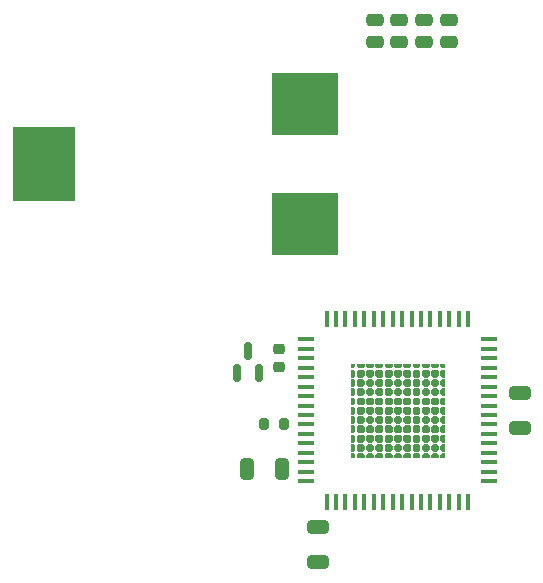
<source format=gtp>
G04 #@! TF.GenerationSoftware,KiCad,Pcbnew,(6.0.1)*
G04 #@! TF.CreationDate,2022-06-09T13:55:52-07:00*
G04 #@! TF.ProjectId,AudioAmpRev1_2,41756469-6f41-46d7-9052-6576315f322e,1.2*
G04 #@! TF.SameCoordinates,Original*
G04 #@! TF.FileFunction,Paste,Top*
G04 #@! TF.FilePolarity,Positive*
%FSLAX46Y46*%
G04 Gerber Fmt 4.6, Leading zero omitted, Abs format (unit mm)*
G04 Created by KiCad (PCBNEW (6.0.1)) date 2022-06-09 13:55:52*
%MOMM*%
%LPD*%
G01*
G04 APERTURE LIST*
G04 Aperture macros list*
%AMRoundRect*
0 Rectangle with rounded corners*
0 $1 Rounding radius*
0 $2 $3 $4 $5 $6 $7 $8 $9 X,Y pos of 4 corners*
0 Add a 4 corners polygon primitive as box body*
4,1,4,$2,$3,$4,$5,$6,$7,$8,$9,$2,$3,0*
0 Add four circle primitives for the rounded corners*
1,1,$1+$1,$2,$3*
1,1,$1+$1,$4,$5*
1,1,$1+$1,$6,$7*
1,1,$1+$1,$8,$9*
0 Add four rect primitives between the rounded corners*
20,1,$1+$1,$2,$3,$4,$5,0*
20,1,$1+$1,$4,$5,$6,$7,0*
20,1,$1+$1,$6,$7,$8,$9,0*
20,1,$1+$1,$8,$9,$2,$3,0*%
G04 Aperture macros list end*
%ADD10C,0.100000*%
%ADD11RoundRect,0.200000X-0.200000X-0.275000X0.200000X-0.275000X0.200000X0.275000X-0.200000X0.275000X0*%
%ADD12RoundRect,0.150000X0.150000X-0.587500X0.150000X0.587500X-0.150000X0.587500X-0.150000X-0.587500X0*%
%ADD13R,1.404099X0.456400*%
%ADD14R,0.456400X1.404099*%
%ADD15RoundRect,0.250000X0.650000X-0.325000X0.650000X0.325000X-0.650000X0.325000X-0.650000X-0.325000X0*%
%ADD16RoundRect,0.250000X-0.325000X-0.650000X0.325000X-0.650000X0.325000X0.650000X-0.325000X0.650000X0*%
%ADD17RoundRect,0.250000X-0.650000X0.325000X-0.650000X-0.325000X0.650000X-0.325000X0.650000X0.325000X0*%
%ADD18RoundRect,0.250000X-0.475000X0.250000X-0.475000X-0.250000X0.475000X-0.250000X0.475000X0.250000X0*%
%ADD19R,5.588000X5.334000*%
%ADD20R,5.283200X6.350000*%
%ADD21RoundRect,0.225000X-0.250000X0.225000X-0.250000X-0.225000X0.250000X-0.225000X0.250000X0.225000X0*%
G04 APERTURE END LIST*
D10*
X134334321Y-102746200D02*
X134192900Y-102887621D01*
X134192900Y-102887621D02*
X134192900Y-103192179D01*
X134192900Y-103192179D02*
X134334321Y-103333600D01*
X134334321Y-103333600D02*
X134638879Y-103333600D01*
X134638879Y-103333600D02*
X134780300Y-103192179D01*
X134780300Y-103192179D02*
X134780300Y-102887621D01*
X134780300Y-102887621D02*
X134638879Y-102746200D01*
X134638879Y-102746200D02*
X134334321Y-102746200D01*
G36*
X134780300Y-102887621D02*
G01*
X134780300Y-103192179D01*
X134638879Y-103333600D01*
X134334321Y-103333600D01*
X134192900Y-103192179D01*
X134192900Y-102887621D01*
X134334321Y-102746200D01*
X134638879Y-102746200D01*
X134780300Y-102887621D01*
G37*
X134780300Y-102887621D02*
X134780300Y-103192179D01*
X134638879Y-103333600D01*
X134334321Y-103333600D01*
X134192900Y-103192179D01*
X134192900Y-102887621D01*
X134334321Y-102746200D01*
X134638879Y-102746200D01*
X134780300Y-102887621D01*
X131184721Y-104321000D02*
X131043300Y-104462421D01*
X131043300Y-104462421D02*
X131043300Y-104766979D01*
X131043300Y-104766979D02*
X131184721Y-104908400D01*
X131184721Y-104908400D02*
X131489279Y-104908400D01*
X131489279Y-104908400D02*
X131630700Y-104766979D01*
X131630700Y-104766979D02*
X131630700Y-104462421D01*
X131630700Y-104462421D02*
X131489279Y-104321000D01*
X131489279Y-104321000D02*
X131184721Y-104321000D01*
G36*
X131630700Y-104462421D02*
G01*
X131630700Y-104766979D01*
X131489279Y-104908400D01*
X131184721Y-104908400D01*
X131043300Y-104766979D01*
X131043300Y-104462421D01*
X131184721Y-104321000D01*
X131489279Y-104321000D01*
X131630700Y-104462421D01*
G37*
X131630700Y-104462421D02*
X131630700Y-104766979D01*
X131489279Y-104908400D01*
X131184721Y-104908400D01*
X131043300Y-104766979D01*
X131043300Y-104462421D01*
X131184721Y-104321000D01*
X131489279Y-104321000D01*
X131630700Y-104462421D01*
X133546921Y-98809200D02*
X133405500Y-98950621D01*
X133405500Y-98950621D02*
X133405500Y-99255179D01*
X133405500Y-99255179D02*
X133546921Y-99396600D01*
X133546921Y-99396600D02*
X133851479Y-99396600D01*
X133851479Y-99396600D02*
X133992900Y-99255179D01*
X133992900Y-99255179D02*
X133992900Y-98950621D01*
X133992900Y-98950621D02*
X133851479Y-98809200D01*
X133851479Y-98809200D02*
X133546921Y-98809200D01*
G36*
X133992900Y-98950621D02*
G01*
X133992900Y-99255179D01*
X133851479Y-99396600D01*
X133546921Y-99396600D01*
X133405500Y-99255179D01*
X133405500Y-98950621D01*
X133546921Y-98809200D01*
X133851479Y-98809200D01*
X133992900Y-98950621D01*
G37*
X133992900Y-98950621D02*
X133992900Y-99255179D01*
X133851479Y-99396600D01*
X133546921Y-99396600D01*
X133405500Y-99255179D01*
X133405500Y-98950621D01*
X133546921Y-98809200D01*
X133851479Y-98809200D01*
X133992900Y-98950621D01*
X134334321Y-99596600D02*
X134192900Y-99738021D01*
X134192900Y-99738021D02*
X134192900Y-100042579D01*
X134192900Y-100042579D02*
X134334321Y-100184000D01*
X134334321Y-100184000D02*
X134638879Y-100184000D01*
X134638879Y-100184000D02*
X134780300Y-100042579D01*
X134780300Y-100042579D02*
X134780300Y-99738021D01*
X134780300Y-99738021D02*
X134638879Y-99596600D01*
X134638879Y-99596600D02*
X134334321Y-99596600D01*
G36*
X134780300Y-99738021D02*
G01*
X134780300Y-100042579D01*
X134638879Y-100184000D01*
X134334321Y-100184000D01*
X134192900Y-100042579D01*
X134192900Y-99738021D01*
X134334321Y-99596600D01*
X134638879Y-99596600D01*
X134780300Y-99738021D01*
G37*
X134780300Y-99738021D02*
X134780300Y-100042579D01*
X134638879Y-100184000D01*
X134334321Y-100184000D01*
X134192900Y-100042579D01*
X134192900Y-99738021D01*
X134334321Y-99596600D01*
X134638879Y-99596600D01*
X134780300Y-99738021D01*
X127411930Y-100384000D02*
X127411930Y-100971400D01*
X127411930Y-100971400D02*
X127552279Y-100971400D01*
X127552279Y-100971400D02*
X127693700Y-100829979D01*
X127693700Y-100829979D02*
X127693700Y-100525421D01*
X127693700Y-100525421D02*
X127552279Y-100384000D01*
X127552279Y-100384000D02*
X127411930Y-100384000D01*
G36*
X127693700Y-100525421D02*
G01*
X127693700Y-100829979D01*
X127552279Y-100971400D01*
X127411930Y-100971400D01*
X127411930Y-100384000D01*
X127552279Y-100384000D01*
X127693700Y-100525421D01*
G37*
X127693700Y-100525421D02*
X127693700Y-100829979D01*
X127552279Y-100971400D01*
X127411930Y-100971400D01*
X127411930Y-100384000D01*
X127552279Y-100384000D01*
X127693700Y-100525421D01*
X134334321Y-104321000D02*
X134192900Y-104462421D01*
X134192900Y-104462421D02*
X134192900Y-104766979D01*
X134192900Y-104766979D02*
X134334321Y-104908400D01*
X134334321Y-104908400D02*
X134638879Y-104908400D01*
X134638879Y-104908400D02*
X134780300Y-104766979D01*
X134780300Y-104766979D02*
X134780300Y-104462421D01*
X134780300Y-104462421D02*
X134638879Y-104321000D01*
X134638879Y-104321000D02*
X134334321Y-104321000D01*
G36*
X134780300Y-104462421D02*
G01*
X134780300Y-104766979D01*
X134638879Y-104908400D01*
X134334321Y-104908400D01*
X134192900Y-104766979D01*
X134192900Y-104462421D01*
X134334321Y-104321000D01*
X134638879Y-104321000D01*
X134780300Y-104462421D01*
G37*
X134780300Y-104462421D02*
X134780300Y-104766979D01*
X134638879Y-104908400D01*
X134334321Y-104908400D01*
X134192900Y-104766979D01*
X134192900Y-104462421D01*
X134334321Y-104321000D01*
X134638879Y-104321000D01*
X134780300Y-104462421D01*
X133546921Y-105895800D02*
X133405500Y-106037221D01*
X133405500Y-106037221D02*
X133405500Y-106177570D01*
X133405500Y-106177570D02*
X133992900Y-106177570D01*
X133992900Y-106177570D02*
X133992900Y-106037221D01*
X133992900Y-106037221D02*
X133851479Y-105895800D01*
X133851479Y-105895800D02*
X133546921Y-105895800D01*
G36*
X133992900Y-106037221D02*
G01*
X133992900Y-106177570D01*
X133405500Y-106177570D01*
X133405500Y-106037221D01*
X133546921Y-105895800D01*
X133851479Y-105895800D01*
X133992900Y-106037221D01*
G37*
X133992900Y-106037221D02*
X133992900Y-106177570D01*
X133405500Y-106177570D01*
X133405500Y-106037221D01*
X133546921Y-105895800D01*
X133851479Y-105895800D01*
X133992900Y-106037221D01*
X135121721Y-101958800D02*
X134980300Y-102100221D01*
X134980300Y-102100221D02*
X134980300Y-102404779D01*
X134980300Y-102404779D02*
X135121721Y-102546200D01*
X135121721Y-102546200D02*
X135262070Y-102546200D01*
X135262070Y-102546200D02*
X135262070Y-101958800D01*
X135262070Y-101958800D02*
X135121721Y-101958800D01*
G36*
X135262070Y-102546200D02*
G01*
X135121721Y-102546200D01*
X134980300Y-102404779D01*
X134980300Y-102100221D01*
X135121721Y-101958800D01*
X135262070Y-101958800D01*
X135262070Y-102546200D01*
G37*
X135262070Y-102546200D02*
X135121721Y-102546200D01*
X134980300Y-102404779D01*
X134980300Y-102100221D01*
X135121721Y-101958800D01*
X135262070Y-101958800D01*
X135262070Y-102546200D01*
X129609921Y-102746200D02*
X129468500Y-102887621D01*
X129468500Y-102887621D02*
X129468500Y-103192179D01*
X129468500Y-103192179D02*
X129609921Y-103333600D01*
X129609921Y-103333600D02*
X129914479Y-103333600D01*
X129914479Y-103333600D02*
X130055900Y-103192179D01*
X130055900Y-103192179D02*
X130055900Y-102887621D01*
X130055900Y-102887621D02*
X129914479Y-102746200D01*
X129914479Y-102746200D02*
X129609921Y-102746200D01*
G36*
X130055900Y-102887621D02*
G01*
X130055900Y-103192179D01*
X129914479Y-103333600D01*
X129609921Y-103333600D01*
X129468500Y-103192179D01*
X129468500Y-102887621D01*
X129609921Y-102746200D01*
X129914479Y-102746200D01*
X130055900Y-102887621D01*
G37*
X130055900Y-102887621D02*
X130055900Y-103192179D01*
X129914479Y-103333600D01*
X129609921Y-103333600D01*
X129468500Y-103192179D01*
X129468500Y-102887621D01*
X129609921Y-102746200D01*
X129914479Y-102746200D01*
X130055900Y-102887621D01*
X133546921Y-99596600D02*
X133405500Y-99738021D01*
X133405500Y-99738021D02*
X133405500Y-100042579D01*
X133405500Y-100042579D02*
X133546921Y-100184000D01*
X133546921Y-100184000D02*
X133851479Y-100184000D01*
X133851479Y-100184000D02*
X133992900Y-100042579D01*
X133992900Y-100042579D02*
X133992900Y-99738021D01*
X133992900Y-99738021D02*
X133851479Y-99596600D01*
X133851479Y-99596600D02*
X133546921Y-99596600D01*
G36*
X133992900Y-99738021D02*
G01*
X133992900Y-100042579D01*
X133851479Y-100184000D01*
X133546921Y-100184000D01*
X133405500Y-100042579D01*
X133405500Y-99738021D01*
X133546921Y-99596600D01*
X133851479Y-99596600D01*
X133992900Y-99738021D01*
G37*
X133992900Y-99738021D02*
X133992900Y-100042579D01*
X133851479Y-100184000D01*
X133546921Y-100184000D01*
X133405500Y-100042579D01*
X133405500Y-99738021D01*
X133546921Y-99596600D01*
X133851479Y-99596600D01*
X133992900Y-99738021D01*
X129609921Y-100384000D02*
X129468500Y-100525421D01*
X129468500Y-100525421D02*
X129468500Y-100829979D01*
X129468500Y-100829979D02*
X129609921Y-100971400D01*
X129609921Y-100971400D02*
X129914479Y-100971400D01*
X129914479Y-100971400D02*
X130055900Y-100829979D01*
X130055900Y-100829979D02*
X130055900Y-100525421D01*
X130055900Y-100525421D02*
X129914479Y-100384000D01*
X129914479Y-100384000D02*
X129609921Y-100384000D01*
G36*
X130055900Y-100525421D02*
G01*
X130055900Y-100829979D01*
X129914479Y-100971400D01*
X129609921Y-100971400D01*
X129468500Y-100829979D01*
X129468500Y-100525421D01*
X129609921Y-100384000D01*
X129914479Y-100384000D01*
X130055900Y-100525421D01*
G37*
X130055900Y-100525421D02*
X130055900Y-100829979D01*
X129914479Y-100971400D01*
X129609921Y-100971400D01*
X129468500Y-100829979D01*
X129468500Y-100525421D01*
X129609921Y-100384000D01*
X129914479Y-100384000D01*
X130055900Y-100525421D01*
X131972121Y-100384000D02*
X131830700Y-100525421D01*
X131830700Y-100525421D02*
X131830700Y-100829979D01*
X131830700Y-100829979D02*
X131972121Y-100971400D01*
X131972121Y-100971400D02*
X132276679Y-100971400D01*
X132276679Y-100971400D02*
X132418100Y-100829979D01*
X132418100Y-100829979D02*
X132418100Y-100525421D01*
X132418100Y-100525421D02*
X132276679Y-100384000D01*
X132276679Y-100384000D02*
X131972121Y-100384000D01*
G36*
X132418100Y-100525421D02*
G01*
X132418100Y-100829979D01*
X132276679Y-100971400D01*
X131972121Y-100971400D01*
X131830700Y-100829979D01*
X131830700Y-100525421D01*
X131972121Y-100384000D01*
X132276679Y-100384000D01*
X132418100Y-100525421D01*
G37*
X132418100Y-100525421D02*
X132418100Y-100829979D01*
X132276679Y-100971400D01*
X131972121Y-100971400D01*
X131830700Y-100829979D01*
X131830700Y-100525421D01*
X131972121Y-100384000D01*
X132276679Y-100384000D01*
X132418100Y-100525421D01*
X130397321Y-104321000D02*
X130255900Y-104462421D01*
X130255900Y-104462421D02*
X130255900Y-104766979D01*
X130255900Y-104766979D02*
X130397321Y-104908400D01*
X130397321Y-104908400D02*
X130701879Y-104908400D01*
X130701879Y-104908400D02*
X130843300Y-104766979D01*
X130843300Y-104766979D02*
X130843300Y-104462421D01*
X130843300Y-104462421D02*
X130701879Y-104321000D01*
X130701879Y-104321000D02*
X130397321Y-104321000D01*
G36*
X130843300Y-104462421D02*
G01*
X130843300Y-104766979D01*
X130701879Y-104908400D01*
X130397321Y-104908400D01*
X130255900Y-104766979D01*
X130255900Y-104462421D01*
X130397321Y-104321000D01*
X130701879Y-104321000D01*
X130843300Y-104462421D01*
G37*
X130843300Y-104462421D02*
X130843300Y-104766979D01*
X130701879Y-104908400D01*
X130397321Y-104908400D01*
X130255900Y-104766979D01*
X130255900Y-104462421D01*
X130397321Y-104321000D01*
X130701879Y-104321000D01*
X130843300Y-104462421D01*
X131972121Y-101171400D02*
X131830700Y-101312821D01*
X131830700Y-101312821D02*
X131830700Y-101617379D01*
X131830700Y-101617379D02*
X131972121Y-101758800D01*
X131972121Y-101758800D02*
X132276679Y-101758800D01*
X132276679Y-101758800D02*
X132418100Y-101617379D01*
X132418100Y-101617379D02*
X132418100Y-101312821D01*
X132418100Y-101312821D02*
X132276679Y-101171400D01*
X132276679Y-101171400D02*
X131972121Y-101171400D01*
G36*
X132418100Y-101312821D02*
G01*
X132418100Y-101617379D01*
X132276679Y-101758800D01*
X131972121Y-101758800D01*
X131830700Y-101617379D01*
X131830700Y-101312821D01*
X131972121Y-101171400D01*
X132276679Y-101171400D01*
X132418100Y-101312821D01*
G37*
X132418100Y-101312821D02*
X132418100Y-101617379D01*
X132276679Y-101758800D01*
X131972121Y-101758800D01*
X131830700Y-101617379D01*
X131830700Y-101312821D01*
X131972121Y-101171400D01*
X132276679Y-101171400D01*
X132418100Y-101312821D01*
X133546921Y-104321000D02*
X133405500Y-104462421D01*
X133405500Y-104462421D02*
X133405500Y-104766979D01*
X133405500Y-104766979D02*
X133546921Y-104908400D01*
X133546921Y-104908400D02*
X133851479Y-104908400D01*
X133851479Y-104908400D02*
X133992900Y-104766979D01*
X133992900Y-104766979D02*
X133992900Y-104462421D01*
X133992900Y-104462421D02*
X133851479Y-104321000D01*
X133851479Y-104321000D02*
X133546921Y-104321000D01*
G36*
X133992900Y-104462421D02*
G01*
X133992900Y-104766979D01*
X133851479Y-104908400D01*
X133546921Y-104908400D01*
X133405500Y-104766979D01*
X133405500Y-104462421D01*
X133546921Y-104321000D01*
X133851479Y-104321000D01*
X133992900Y-104462421D01*
G37*
X133992900Y-104462421D02*
X133992900Y-104766979D01*
X133851479Y-104908400D01*
X133546921Y-104908400D01*
X133405500Y-104766979D01*
X133405500Y-104462421D01*
X133546921Y-104321000D01*
X133851479Y-104321000D01*
X133992900Y-104462421D01*
X129609921Y-104321000D02*
X129468500Y-104462421D01*
X129468500Y-104462421D02*
X129468500Y-104766979D01*
X129468500Y-104766979D02*
X129609921Y-104908400D01*
X129609921Y-104908400D02*
X129914479Y-104908400D01*
X129914479Y-104908400D02*
X130055900Y-104766979D01*
X130055900Y-104766979D02*
X130055900Y-104462421D01*
X130055900Y-104462421D02*
X129914479Y-104321000D01*
X129914479Y-104321000D02*
X129609921Y-104321000D01*
G36*
X130055900Y-104462421D02*
G01*
X130055900Y-104766979D01*
X129914479Y-104908400D01*
X129609921Y-104908400D01*
X129468500Y-104766979D01*
X129468500Y-104462421D01*
X129609921Y-104321000D01*
X129914479Y-104321000D01*
X130055900Y-104462421D01*
G37*
X130055900Y-104462421D02*
X130055900Y-104766979D01*
X129914479Y-104908400D01*
X129609921Y-104908400D01*
X129468500Y-104766979D01*
X129468500Y-104462421D01*
X129609921Y-104321000D01*
X129914479Y-104321000D01*
X130055900Y-104462421D01*
X133546921Y-103533600D02*
X133405500Y-103675021D01*
X133405500Y-103675021D02*
X133405500Y-103979579D01*
X133405500Y-103979579D02*
X133546921Y-104121000D01*
X133546921Y-104121000D02*
X133851479Y-104121000D01*
X133851479Y-104121000D02*
X133992900Y-103979579D01*
X133992900Y-103979579D02*
X133992900Y-103675021D01*
X133992900Y-103675021D02*
X133851479Y-103533600D01*
X133851479Y-103533600D02*
X133546921Y-103533600D01*
G36*
X133992900Y-103675021D02*
G01*
X133992900Y-103979579D01*
X133851479Y-104121000D01*
X133546921Y-104121000D01*
X133405500Y-103979579D01*
X133405500Y-103675021D01*
X133546921Y-103533600D01*
X133851479Y-103533600D01*
X133992900Y-103675021D01*
G37*
X133992900Y-103675021D02*
X133992900Y-103979579D01*
X133851479Y-104121000D01*
X133546921Y-104121000D01*
X133405500Y-103979579D01*
X133405500Y-103675021D01*
X133546921Y-103533600D01*
X133851479Y-103533600D01*
X133992900Y-103675021D01*
X128822521Y-103533600D02*
X128681100Y-103675021D01*
X128681100Y-103675021D02*
X128681100Y-103979579D01*
X128681100Y-103979579D02*
X128822521Y-104121000D01*
X128822521Y-104121000D02*
X129127079Y-104121000D01*
X129127079Y-104121000D02*
X129268500Y-103979579D01*
X129268500Y-103979579D02*
X129268500Y-103675021D01*
X129268500Y-103675021D02*
X129127079Y-103533600D01*
X129127079Y-103533600D02*
X128822521Y-103533600D01*
G36*
X129268500Y-103675021D02*
G01*
X129268500Y-103979579D01*
X129127079Y-104121000D01*
X128822521Y-104121000D01*
X128681100Y-103979579D01*
X128681100Y-103675021D01*
X128822521Y-103533600D01*
X129127079Y-103533600D01*
X129268500Y-103675021D01*
G37*
X129268500Y-103675021D02*
X129268500Y-103979579D01*
X129127079Y-104121000D01*
X128822521Y-104121000D01*
X128681100Y-103979579D01*
X128681100Y-103675021D01*
X128822521Y-103533600D01*
X129127079Y-103533600D01*
X129268500Y-103675021D01*
X132759521Y-100384000D02*
X132618100Y-100525421D01*
X132618100Y-100525421D02*
X132618100Y-100829979D01*
X132618100Y-100829979D02*
X132759521Y-100971400D01*
X132759521Y-100971400D02*
X133064079Y-100971400D01*
X133064079Y-100971400D02*
X133205500Y-100829979D01*
X133205500Y-100829979D02*
X133205500Y-100525421D01*
X133205500Y-100525421D02*
X133064079Y-100384000D01*
X133064079Y-100384000D02*
X132759521Y-100384000D01*
G36*
X133205500Y-100525421D02*
G01*
X133205500Y-100829979D01*
X133064079Y-100971400D01*
X132759521Y-100971400D01*
X132618100Y-100829979D01*
X132618100Y-100525421D01*
X132759521Y-100384000D01*
X133064079Y-100384000D01*
X133205500Y-100525421D01*
G37*
X133205500Y-100525421D02*
X133205500Y-100829979D01*
X133064079Y-100971400D01*
X132759521Y-100971400D01*
X132618100Y-100829979D01*
X132618100Y-100525421D01*
X132759521Y-100384000D01*
X133064079Y-100384000D01*
X133205500Y-100525421D01*
X135121721Y-104321000D02*
X134980300Y-104462421D01*
X134980300Y-104462421D02*
X134980300Y-104766979D01*
X134980300Y-104766979D02*
X135121721Y-104908400D01*
X135121721Y-104908400D02*
X135262070Y-104908400D01*
X135262070Y-104908400D02*
X135262070Y-104321000D01*
X135262070Y-104321000D02*
X135121721Y-104321000D01*
G36*
X135262070Y-104908400D02*
G01*
X135121721Y-104908400D01*
X134980300Y-104766979D01*
X134980300Y-104462421D01*
X135121721Y-104321000D01*
X135262070Y-104321000D01*
X135262070Y-104908400D01*
G37*
X135262070Y-104908400D02*
X135121721Y-104908400D01*
X134980300Y-104766979D01*
X134980300Y-104462421D01*
X135121721Y-104321000D01*
X135262070Y-104321000D01*
X135262070Y-104908400D01*
X127411930Y-101171400D02*
X127411930Y-101758800D01*
X127411930Y-101758800D02*
X127552279Y-101758800D01*
X127552279Y-101758800D02*
X127693700Y-101617379D01*
X127693700Y-101617379D02*
X127693700Y-101312821D01*
X127693700Y-101312821D02*
X127552279Y-101171400D01*
X127552279Y-101171400D02*
X127411930Y-101171400D01*
G36*
X127693700Y-101312821D02*
G01*
X127693700Y-101617379D01*
X127552279Y-101758800D01*
X127411930Y-101758800D01*
X127411930Y-101171400D01*
X127552279Y-101171400D01*
X127693700Y-101312821D01*
G37*
X127693700Y-101312821D02*
X127693700Y-101617379D01*
X127552279Y-101758800D01*
X127411930Y-101758800D01*
X127411930Y-101171400D01*
X127552279Y-101171400D01*
X127693700Y-101312821D01*
X131972121Y-105895800D02*
X131830700Y-106037221D01*
X131830700Y-106037221D02*
X131830700Y-106177570D01*
X131830700Y-106177570D02*
X132418100Y-106177570D01*
X132418100Y-106177570D02*
X132418100Y-106037221D01*
X132418100Y-106037221D02*
X132276679Y-105895800D01*
X132276679Y-105895800D02*
X131972121Y-105895800D01*
G36*
X132418100Y-106037221D02*
G01*
X132418100Y-106177570D01*
X131830700Y-106177570D01*
X131830700Y-106037221D01*
X131972121Y-105895800D01*
X132276679Y-105895800D01*
X132418100Y-106037221D01*
G37*
X132418100Y-106037221D02*
X132418100Y-106177570D01*
X131830700Y-106177570D01*
X131830700Y-106037221D01*
X131972121Y-105895800D01*
X132276679Y-105895800D01*
X132418100Y-106037221D01*
X133546921Y-102746200D02*
X133405500Y-102887621D01*
X133405500Y-102887621D02*
X133405500Y-103192179D01*
X133405500Y-103192179D02*
X133546921Y-103333600D01*
X133546921Y-103333600D02*
X133851479Y-103333600D01*
X133851479Y-103333600D02*
X133992900Y-103192179D01*
X133992900Y-103192179D02*
X133992900Y-102887621D01*
X133992900Y-102887621D02*
X133851479Y-102746200D01*
X133851479Y-102746200D02*
X133546921Y-102746200D01*
G36*
X133992900Y-102887621D02*
G01*
X133992900Y-103192179D01*
X133851479Y-103333600D01*
X133546921Y-103333600D01*
X133405500Y-103192179D01*
X133405500Y-102887621D01*
X133546921Y-102746200D01*
X133851479Y-102746200D01*
X133992900Y-102887621D01*
G37*
X133992900Y-102887621D02*
X133992900Y-103192179D01*
X133851479Y-103333600D01*
X133546921Y-103333600D01*
X133405500Y-103192179D01*
X133405500Y-102887621D01*
X133546921Y-102746200D01*
X133851479Y-102746200D01*
X133992900Y-102887621D01*
X131184721Y-103533600D02*
X131043300Y-103675021D01*
X131043300Y-103675021D02*
X131043300Y-103979579D01*
X131043300Y-103979579D02*
X131184721Y-104121000D01*
X131184721Y-104121000D02*
X131489279Y-104121000D01*
X131489279Y-104121000D02*
X131630700Y-103979579D01*
X131630700Y-103979579D02*
X131630700Y-103675021D01*
X131630700Y-103675021D02*
X131489279Y-103533600D01*
X131489279Y-103533600D02*
X131184721Y-103533600D01*
G36*
X131630700Y-103675021D02*
G01*
X131630700Y-103979579D01*
X131489279Y-104121000D01*
X131184721Y-104121000D01*
X131043300Y-103979579D01*
X131043300Y-103675021D01*
X131184721Y-103533600D01*
X131489279Y-103533600D01*
X131630700Y-103675021D01*
G37*
X131630700Y-103675021D02*
X131630700Y-103979579D01*
X131489279Y-104121000D01*
X131184721Y-104121000D01*
X131043300Y-103979579D01*
X131043300Y-103675021D01*
X131184721Y-103533600D01*
X131489279Y-103533600D01*
X131630700Y-103675021D01*
X134334321Y-98809200D02*
X134192900Y-98950621D01*
X134192900Y-98950621D02*
X134192900Y-99255179D01*
X134192900Y-99255179D02*
X134334321Y-99396600D01*
X134334321Y-99396600D02*
X134638879Y-99396600D01*
X134638879Y-99396600D02*
X134780300Y-99255179D01*
X134780300Y-99255179D02*
X134780300Y-98950621D01*
X134780300Y-98950621D02*
X134638879Y-98809200D01*
X134638879Y-98809200D02*
X134334321Y-98809200D01*
G36*
X134780300Y-98950621D02*
G01*
X134780300Y-99255179D01*
X134638879Y-99396600D01*
X134334321Y-99396600D01*
X134192900Y-99255179D01*
X134192900Y-98950621D01*
X134334321Y-98809200D01*
X134638879Y-98809200D01*
X134780300Y-98950621D01*
G37*
X134780300Y-98950621D02*
X134780300Y-99255179D01*
X134638879Y-99396600D01*
X134334321Y-99396600D01*
X134192900Y-99255179D01*
X134192900Y-98950621D01*
X134334321Y-98809200D01*
X134638879Y-98809200D01*
X134780300Y-98950621D01*
X127411930Y-98809200D02*
X127411930Y-99396600D01*
X127411930Y-99396600D02*
X127552279Y-99396600D01*
X127552279Y-99396600D02*
X127693700Y-99255179D01*
X127693700Y-99255179D02*
X127693700Y-98950621D01*
X127693700Y-98950621D02*
X127552279Y-98809200D01*
X127552279Y-98809200D02*
X127411930Y-98809200D01*
G36*
X127693700Y-98950621D02*
G01*
X127693700Y-99255179D01*
X127552279Y-99396600D01*
X127411930Y-99396600D01*
X127411930Y-98809200D01*
X127552279Y-98809200D01*
X127693700Y-98950621D01*
G37*
X127693700Y-98950621D02*
X127693700Y-99255179D01*
X127552279Y-99396600D01*
X127411930Y-99396600D01*
X127411930Y-98809200D01*
X127552279Y-98809200D01*
X127693700Y-98950621D01*
X131184721Y-101958800D02*
X131043300Y-102100221D01*
X131043300Y-102100221D02*
X131043300Y-102404779D01*
X131043300Y-102404779D02*
X131184721Y-102546200D01*
X131184721Y-102546200D02*
X131489279Y-102546200D01*
X131489279Y-102546200D02*
X131630700Y-102404779D01*
X131630700Y-102404779D02*
X131630700Y-102100221D01*
X131630700Y-102100221D02*
X131489279Y-101958800D01*
X131489279Y-101958800D02*
X131184721Y-101958800D01*
G36*
X131630700Y-102100221D02*
G01*
X131630700Y-102404779D01*
X131489279Y-102546200D01*
X131184721Y-102546200D01*
X131043300Y-102404779D01*
X131043300Y-102100221D01*
X131184721Y-101958800D01*
X131489279Y-101958800D01*
X131630700Y-102100221D01*
G37*
X131630700Y-102100221D02*
X131630700Y-102404779D01*
X131489279Y-102546200D01*
X131184721Y-102546200D01*
X131043300Y-102404779D01*
X131043300Y-102100221D01*
X131184721Y-101958800D01*
X131489279Y-101958800D01*
X131630700Y-102100221D01*
X128822521Y-100384000D02*
X128681100Y-100525421D01*
X128681100Y-100525421D02*
X128681100Y-100829979D01*
X128681100Y-100829979D02*
X128822521Y-100971400D01*
X128822521Y-100971400D02*
X129127079Y-100971400D01*
X129127079Y-100971400D02*
X129268500Y-100829979D01*
X129268500Y-100829979D02*
X129268500Y-100525421D01*
X129268500Y-100525421D02*
X129127079Y-100384000D01*
X129127079Y-100384000D02*
X128822521Y-100384000D01*
G36*
X129268500Y-100525421D02*
G01*
X129268500Y-100829979D01*
X129127079Y-100971400D01*
X128822521Y-100971400D01*
X128681100Y-100829979D01*
X128681100Y-100525421D01*
X128822521Y-100384000D01*
X129127079Y-100384000D01*
X129268500Y-100525421D01*
G37*
X129268500Y-100525421D02*
X129268500Y-100829979D01*
X129127079Y-100971400D01*
X128822521Y-100971400D01*
X128681100Y-100829979D01*
X128681100Y-100525421D01*
X128822521Y-100384000D01*
X129127079Y-100384000D01*
X129268500Y-100525421D01*
X133546921Y-101958800D02*
X133405500Y-102100221D01*
X133405500Y-102100221D02*
X133405500Y-102404779D01*
X133405500Y-102404779D02*
X133546921Y-102546200D01*
X133546921Y-102546200D02*
X133851479Y-102546200D01*
X133851479Y-102546200D02*
X133992900Y-102404779D01*
X133992900Y-102404779D02*
X133992900Y-102100221D01*
X133992900Y-102100221D02*
X133851479Y-101958800D01*
X133851479Y-101958800D02*
X133546921Y-101958800D01*
G36*
X133992900Y-102100221D02*
G01*
X133992900Y-102404779D01*
X133851479Y-102546200D01*
X133546921Y-102546200D01*
X133405500Y-102404779D01*
X133405500Y-102100221D01*
X133546921Y-101958800D01*
X133851479Y-101958800D01*
X133992900Y-102100221D01*
G37*
X133992900Y-102100221D02*
X133992900Y-102404779D01*
X133851479Y-102546200D01*
X133546921Y-102546200D01*
X133405500Y-102404779D01*
X133405500Y-102100221D01*
X133546921Y-101958800D01*
X133851479Y-101958800D01*
X133992900Y-102100221D01*
X131043300Y-98327430D02*
X131043300Y-98467779D01*
X131043300Y-98467779D02*
X131184721Y-98609200D01*
X131184721Y-98609200D02*
X131489279Y-98609200D01*
X131489279Y-98609200D02*
X131630700Y-98467779D01*
X131630700Y-98467779D02*
X131630700Y-98327430D01*
X131630700Y-98327430D02*
X131043300Y-98327430D01*
G36*
X131630700Y-98467779D02*
G01*
X131489279Y-98609200D01*
X131184721Y-98609200D01*
X131043300Y-98467779D01*
X131043300Y-98327430D01*
X131630700Y-98327430D01*
X131630700Y-98467779D01*
G37*
X131630700Y-98467779D02*
X131489279Y-98609200D01*
X131184721Y-98609200D01*
X131043300Y-98467779D01*
X131043300Y-98327430D01*
X131630700Y-98327430D01*
X131630700Y-98467779D01*
X130397321Y-99596600D02*
X130255900Y-99738021D01*
X130255900Y-99738021D02*
X130255900Y-100042579D01*
X130255900Y-100042579D02*
X130397321Y-100184000D01*
X130397321Y-100184000D02*
X130701879Y-100184000D01*
X130701879Y-100184000D02*
X130843300Y-100042579D01*
X130843300Y-100042579D02*
X130843300Y-99738021D01*
X130843300Y-99738021D02*
X130701879Y-99596600D01*
X130701879Y-99596600D02*
X130397321Y-99596600D01*
G36*
X130843300Y-99738021D02*
G01*
X130843300Y-100042579D01*
X130701879Y-100184000D01*
X130397321Y-100184000D01*
X130255900Y-100042579D01*
X130255900Y-99738021D01*
X130397321Y-99596600D01*
X130701879Y-99596600D01*
X130843300Y-99738021D01*
G37*
X130843300Y-99738021D02*
X130843300Y-100042579D01*
X130701879Y-100184000D01*
X130397321Y-100184000D01*
X130255900Y-100042579D01*
X130255900Y-99738021D01*
X130397321Y-99596600D01*
X130701879Y-99596600D01*
X130843300Y-99738021D01*
X131972121Y-101958800D02*
X131830700Y-102100221D01*
X131830700Y-102100221D02*
X131830700Y-102404779D01*
X131830700Y-102404779D02*
X131972121Y-102546200D01*
X131972121Y-102546200D02*
X132276679Y-102546200D01*
X132276679Y-102546200D02*
X132418100Y-102404779D01*
X132418100Y-102404779D02*
X132418100Y-102100221D01*
X132418100Y-102100221D02*
X132276679Y-101958800D01*
X132276679Y-101958800D02*
X131972121Y-101958800D01*
G36*
X132418100Y-102100221D02*
G01*
X132418100Y-102404779D01*
X132276679Y-102546200D01*
X131972121Y-102546200D01*
X131830700Y-102404779D01*
X131830700Y-102100221D01*
X131972121Y-101958800D01*
X132276679Y-101958800D01*
X132418100Y-102100221D01*
G37*
X132418100Y-102100221D02*
X132418100Y-102404779D01*
X132276679Y-102546200D01*
X131972121Y-102546200D01*
X131830700Y-102404779D01*
X131830700Y-102100221D01*
X131972121Y-101958800D01*
X132276679Y-101958800D01*
X132418100Y-102100221D01*
X131830700Y-98327430D02*
X131830700Y-98467779D01*
X131830700Y-98467779D02*
X131972121Y-98609200D01*
X131972121Y-98609200D02*
X132276679Y-98609200D01*
X132276679Y-98609200D02*
X132418100Y-98467779D01*
X132418100Y-98467779D02*
X132418100Y-98327430D01*
X132418100Y-98327430D02*
X131830700Y-98327430D01*
G36*
X132418100Y-98467779D02*
G01*
X132276679Y-98609200D01*
X131972121Y-98609200D01*
X131830700Y-98467779D01*
X131830700Y-98327430D01*
X132418100Y-98327430D01*
X132418100Y-98467779D01*
G37*
X132418100Y-98467779D02*
X132276679Y-98609200D01*
X131972121Y-98609200D01*
X131830700Y-98467779D01*
X131830700Y-98327430D01*
X132418100Y-98327430D01*
X132418100Y-98467779D01*
X128822521Y-105108400D02*
X128681100Y-105249821D01*
X128681100Y-105249821D02*
X128681100Y-105554379D01*
X128681100Y-105554379D02*
X128822521Y-105695800D01*
X128822521Y-105695800D02*
X129127079Y-105695800D01*
X129127079Y-105695800D02*
X129268500Y-105554379D01*
X129268500Y-105554379D02*
X129268500Y-105249821D01*
X129268500Y-105249821D02*
X129127079Y-105108400D01*
X129127079Y-105108400D02*
X128822521Y-105108400D01*
G36*
X129268500Y-105249821D02*
G01*
X129268500Y-105554379D01*
X129127079Y-105695800D01*
X128822521Y-105695800D01*
X128681100Y-105554379D01*
X128681100Y-105249821D01*
X128822521Y-105108400D01*
X129127079Y-105108400D01*
X129268500Y-105249821D01*
G37*
X129268500Y-105249821D02*
X129268500Y-105554379D01*
X129127079Y-105695800D01*
X128822521Y-105695800D01*
X128681100Y-105554379D01*
X128681100Y-105249821D01*
X128822521Y-105108400D01*
X129127079Y-105108400D01*
X129268500Y-105249821D01*
X128822521Y-105895800D02*
X128681100Y-106037221D01*
X128681100Y-106037221D02*
X128681100Y-106177570D01*
X128681100Y-106177570D02*
X129268500Y-106177570D01*
X129268500Y-106177570D02*
X129268500Y-106037221D01*
X129268500Y-106037221D02*
X129127079Y-105895800D01*
X129127079Y-105895800D02*
X128822521Y-105895800D01*
G36*
X129268500Y-106037221D02*
G01*
X129268500Y-106177570D01*
X128681100Y-106177570D01*
X128681100Y-106037221D01*
X128822521Y-105895800D01*
X129127079Y-105895800D01*
X129268500Y-106037221D01*
G37*
X129268500Y-106037221D02*
X129268500Y-106177570D01*
X128681100Y-106177570D01*
X128681100Y-106037221D01*
X128822521Y-105895800D01*
X129127079Y-105895800D01*
X129268500Y-106037221D01*
X130255900Y-98327430D02*
X130255900Y-98467779D01*
X130255900Y-98467779D02*
X130397321Y-98609200D01*
X130397321Y-98609200D02*
X130701879Y-98609200D01*
X130701879Y-98609200D02*
X130843300Y-98467779D01*
X130843300Y-98467779D02*
X130843300Y-98327430D01*
X130843300Y-98327430D02*
X130255900Y-98327430D01*
G36*
X130843300Y-98467779D02*
G01*
X130701879Y-98609200D01*
X130397321Y-98609200D01*
X130255900Y-98467779D01*
X130255900Y-98327430D01*
X130843300Y-98327430D01*
X130843300Y-98467779D01*
G37*
X130843300Y-98467779D02*
X130701879Y-98609200D01*
X130397321Y-98609200D01*
X130255900Y-98467779D01*
X130255900Y-98327430D01*
X130843300Y-98327430D01*
X130843300Y-98467779D01*
X134334321Y-101171400D02*
X134192900Y-101312821D01*
X134192900Y-101312821D02*
X134192900Y-101617379D01*
X134192900Y-101617379D02*
X134334321Y-101758800D01*
X134334321Y-101758800D02*
X134638879Y-101758800D01*
X134638879Y-101758800D02*
X134780300Y-101617379D01*
X134780300Y-101617379D02*
X134780300Y-101312821D01*
X134780300Y-101312821D02*
X134638879Y-101171400D01*
X134638879Y-101171400D02*
X134334321Y-101171400D01*
G36*
X134780300Y-101312821D02*
G01*
X134780300Y-101617379D01*
X134638879Y-101758800D01*
X134334321Y-101758800D01*
X134192900Y-101617379D01*
X134192900Y-101312821D01*
X134334321Y-101171400D01*
X134638879Y-101171400D01*
X134780300Y-101312821D01*
G37*
X134780300Y-101312821D02*
X134780300Y-101617379D01*
X134638879Y-101758800D01*
X134334321Y-101758800D01*
X134192900Y-101617379D01*
X134192900Y-101312821D01*
X134334321Y-101171400D01*
X134638879Y-101171400D01*
X134780300Y-101312821D01*
X132759521Y-104321000D02*
X132618100Y-104462421D01*
X132618100Y-104462421D02*
X132618100Y-104766979D01*
X132618100Y-104766979D02*
X132759521Y-104908400D01*
X132759521Y-104908400D02*
X133064079Y-104908400D01*
X133064079Y-104908400D02*
X133205500Y-104766979D01*
X133205500Y-104766979D02*
X133205500Y-104462421D01*
X133205500Y-104462421D02*
X133064079Y-104321000D01*
X133064079Y-104321000D02*
X132759521Y-104321000D01*
G36*
X133205500Y-104462421D02*
G01*
X133205500Y-104766979D01*
X133064079Y-104908400D01*
X132759521Y-104908400D01*
X132618100Y-104766979D01*
X132618100Y-104462421D01*
X132759521Y-104321000D01*
X133064079Y-104321000D01*
X133205500Y-104462421D01*
G37*
X133205500Y-104462421D02*
X133205500Y-104766979D01*
X133064079Y-104908400D01*
X132759521Y-104908400D01*
X132618100Y-104766979D01*
X132618100Y-104462421D01*
X132759521Y-104321000D01*
X133064079Y-104321000D01*
X133205500Y-104462421D01*
X132759521Y-103533600D02*
X132618100Y-103675021D01*
X132618100Y-103675021D02*
X132618100Y-103979579D01*
X132618100Y-103979579D02*
X132759521Y-104121000D01*
X132759521Y-104121000D02*
X133064079Y-104121000D01*
X133064079Y-104121000D02*
X133205500Y-103979579D01*
X133205500Y-103979579D02*
X133205500Y-103675021D01*
X133205500Y-103675021D02*
X133064079Y-103533600D01*
X133064079Y-103533600D02*
X132759521Y-103533600D01*
G36*
X133205500Y-103675021D02*
G01*
X133205500Y-103979579D01*
X133064079Y-104121000D01*
X132759521Y-104121000D01*
X132618100Y-103979579D01*
X132618100Y-103675021D01*
X132759521Y-103533600D01*
X133064079Y-103533600D01*
X133205500Y-103675021D01*
G37*
X133205500Y-103675021D02*
X133205500Y-103979579D01*
X133064079Y-104121000D01*
X132759521Y-104121000D01*
X132618100Y-103979579D01*
X132618100Y-103675021D01*
X132759521Y-103533600D01*
X133064079Y-103533600D01*
X133205500Y-103675021D01*
X131972121Y-103533600D02*
X131830700Y-103675021D01*
X131830700Y-103675021D02*
X131830700Y-103979579D01*
X131830700Y-103979579D02*
X131972121Y-104121000D01*
X131972121Y-104121000D02*
X132276679Y-104121000D01*
X132276679Y-104121000D02*
X132418100Y-103979579D01*
X132418100Y-103979579D02*
X132418100Y-103675021D01*
X132418100Y-103675021D02*
X132276679Y-103533600D01*
X132276679Y-103533600D02*
X131972121Y-103533600D01*
G36*
X132418100Y-103675021D02*
G01*
X132418100Y-103979579D01*
X132276679Y-104121000D01*
X131972121Y-104121000D01*
X131830700Y-103979579D01*
X131830700Y-103675021D01*
X131972121Y-103533600D01*
X132276679Y-103533600D01*
X132418100Y-103675021D01*
G37*
X132418100Y-103675021D02*
X132418100Y-103979579D01*
X132276679Y-104121000D01*
X131972121Y-104121000D01*
X131830700Y-103979579D01*
X131830700Y-103675021D01*
X131972121Y-103533600D01*
X132276679Y-103533600D01*
X132418100Y-103675021D01*
X128822521Y-101958800D02*
X128681100Y-102100221D01*
X128681100Y-102100221D02*
X128681100Y-102404779D01*
X128681100Y-102404779D02*
X128822521Y-102546200D01*
X128822521Y-102546200D02*
X129127079Y-102546200D01*
X129127079Y-102546200D02*
X129268500Y-102404779D01*
X129268500Y-102404779D02*
X129268500Y-102100221D01*
X129268500Y-102100221D02*
X129127079Y-101958800D01*
X129127079Y-101958800D02*
X128822521Y-101958800D01*
G36*
X129268500Y-102100221D02*
G01*
X129268500Y-102404779D01*
X129127079Y-102546200D01*
X128822521Y-102546200D01*
X128681100Y-102404779D01*
X128681100Y-102100221D01*
X128822521Y-101958800D01*
X129127079Y-101958800D01*
X129268500Y-102100221D01*
G37*
X129268500Y-102100221D02*
X129268500Y-102404779D01*
X129127079Y-102546200D01*
X128822521Y-102546200D01*
X128681100Y-102404779D01*
X128681100Y-102100221D01*
X128822521Y-101958800D01*
X129127079Y-101958800D01*
X129268500Y-102100221D01*
X128822521Y-101171400D02*
X128681100Y-101312821D01*
X128681100Y-101312821D02*
X128681100Y-101617379D01*
X128681100Y-101617379D02*
X128822521Y-101758800D01*
X128822521Y-101758800D02*
X129127079Y-101758800D01*
X129127079Y-101758800D02*
X129268500Y-101617379D01*
X129268500Y-101617379D02*
X129268500Y-101312821D01*
X129268500Y-101312821D02*
X129127079Y-101171400D01*
X129127079Y-101171400D02*
X128822521Y-101171400D01*
G36*
X129268500Y-101312821D02*
G01*
X129268500Y-101617379D01*
X129127079Y-101758800D01*
X128822521Y-101758800D01*
X128681100Y-101617379D01*
X128681100Y-101312821D01*
X128822521Y-101171400D01*
X129127079Y-101171400D01*
X129268500Y-101312821D01*
G37*
X129268500Y-101312821D02*
X129268500Y-101617379D01*
X129127079Y-101758800D01*
X128822521Y-101758800D01*
X128681100Y-101617379D01*
X128681100Y-101312821D01*
X128822521Y-101171400D01*
X129127079Y-101171400D01*
X129268500Y-101312821D01*
X127411930Y-103533600D02*
X127411930Y-104121000D01*
X127411930Y-104121000D02*
X127552279Y-104121000D01*
X127552279Y-104121000D02*
X127693700Y-103979579D01*
X127693700Y-103979579D02*
X127693700Y-103675021D01*
X127693700Y-103675021D02*
X127552279Y-103533600D01*
X127552279Y-103533600D02*
X127411930Y-103533600D01*
G36*
X127693700Y-103675021D02*
G01*
X127693700Y-103979579D01*
X127552279Y-104121000D01*
X127411930Y-104121000D01*
X127411930Y-103533600D01*
X127552279Y-103533600D01*
X127693700Y-103675021D01*
G37*
X127693700Y-103675021D02*
X127693700Y-103979579D01*
X127552279Y-104121000D01*
X127411930Y-104121000D01*
X127411930Y-103533600D01*
X127552279Y-103533600D01*
X127693700Y-103675021D01*
X133546921Y-101171400D02*
X133405500Y-101312821D01*
X133405500Y-101312821D02*
X133405500Y-101617379D01*
X133405500Y-101617379D02*
X133546921Y-101758800D01*
X133546921Y-101758800D02*
X133851479Y-101758800D01*
X133851479Y-101758800D02*
X133992900Y-101617379D01*
X133992900Y-101617379D02*
X133992900Y-101312821D01*
X133992900Y-101312821D02*
X133851479Y-101171400D01*
X133851479Y-101171400D02*
X133546921Y-101171400D01*
G36*
X133992900Y-101312821D02*
G01*
X133992900Y-101617379D01*
X133851479Y-101758800D01*
X133546921Y-101758800D01*
X133405500Y-101617379D01*
X133405500Y-101312821D01*
X133546921Y-101171400D01*
X133851479Y-101171400D01*
X133992900Y-101312821D01*
G37*
X133992900Y-101312821D02*
X133992900Y-101617379D01*
X133851479Y-101758800D01*
X133546921Y-101758800D01*
X133405500Y-101617379D01*
X133405500Y-101312821D01*
X133546921Y-101171400D01*
X133851479Y-101171400D01*
X133992900Y-101312821D01*
X131184721Y-101171400D02*
X131043300Y-101312821D01*
X131043300Y-101312821D02*
X131043300Y-101617379D01*
X131043300Y-101617379D02*
X131184721Y-101758800D01*
X131184721Y-101758800D02*
X131489279Y-101758800D01*
X131489279Y-101758800D02*
X131630700Y-101617379D01*
X131630700Y-101617379D02*
X131630700Y-101312821D01*
X131630700Y-101312821D02*
X131489279Y-101171400D01*
X131489279Y-101171400D02*
X131184721Y-101171400D01*
G36*
X131630700Y-101312821D02*
G01*
X131630700Y-101617379D01*
X131489279Y-101758800D01*
X131184721Y-101758800D01*
X131043300Y-101617379D01*
X131043300Y-101312821D01*
X131184721Y-101171400D01*
X131489279Y-101171400D01*
X131630700Y-101312821D01*
G37*
X131630700Y-101312821D02*
X131630700Y-101617379D01*
X131489279Y-101758800D01*
X131184721Y-101758800D01*
X131043300Y-101617379D01*
X131043300Y-101312821D01*
X131184721Y-101171400D01*
X131489279Y-101171400D01*
X131630700Y-101312821D01*
X135121721Y-100384000D02*
X134980300Y-100525421D01*
X134980300Y-100525421D02*
X134980300Y-100829979D01*
X134980300Y-100829979D02*
X135121721Y-100971400D01*
X135121721Y-100971400D02*
X135262070Y-100971400D01*
X135262070Y-100971400D02*
X135262070Y-100384000D01*
X135262070Y-100384000D02*
X135121721Y-100384000D01*
G36*
X135262070Y-100971400D02*
G01*
X135121721Y-100971400D01*
X134980300Y-100829979D01*
X134980300Y-100525421D01*
X135121721Y-100384000D01*
X135262070Y-100384000D01*
X135262070Y-100971400D01*
G37*
X135262070Y-100971400D02*
X135121721Y-100971400D01*
X134980300Y-100829979D01*
X134980300Y-100525421D01*
X135121721Y-100384000D01*
X135262070Y-100384000D01*
X135262070Y-100971400D01*
X133546921Y-100384000D02*
X133405500Y-100525421D01*
X133405500Y-100525421D02*
X133405500Y-100829979D01*
X133405500Y-100829979D02*
X133546921Y-100971400D01*
X133546921Y-100971400D02*
X133851479Y-100971400D01*
X133851479Y-100971400D02*
X133992900Y-100829979D01*
X133992900Y-100829979D02*
X133992900Y-100525421D01*
X133992900Y-100525421D02*
X133851479Y-100384000D01*
X133851479Y-100384000D02*
X133546921Y-100384000D01*
G36*
X133992900Y-100525421D02*
G01*
X133992900Y-100829979D01*
X133851479Y-100971400D01*
X133546921Y-100971400D01*
X133405500Y-100829979D01*
X133405500Y-100525421D01*
X133546921Y-100384000D01*
X133851479Y-100384000D01*
X133992900Y-100525421D01*
G37*
X133992900Y-100525421D02*
X133992900Y-100829979D01*
X133851479Y-100971400D01*
X133546921Y-100971400D01*
X133405500Y-100829979D01*
X133405500Y-100525421D01*
X133546921Y-100384000D01*
X133851479Y-100384000D01*
X133992900Y-100525421D01*
X131184721Y-98809200D02*
X131043300Y-98950621D01*
X131043300Y-98950621D02*
X131043300Y-99255179D01*
X131043300Y-99255179D02*
X131184721Y-99396600D01*
X131184721Y-99396600D02*
X131489279Y-99396600D01*
X131489279Y-99396600D02*
X131630700Y-99255179D01*
X131630700Y-99255179D02*
X131630700Y-98950621D01*
X131630700Y-98950621D02*
X131489279Y-98809200D01*
X131489279Y-98809200D02*
X131184721Y-98809200D01*
G36*
X131630700Y-98950621D02*
G01*
X131630700Y-99255179D01*
X131489279Y-99396600D01*
X131184721Y-99396600D01*
X131043300Y-99255179D01*
X131043300Y-98950621D01*
X131184721Y-98809200D01*
X131489279Y-98809200D01*
X131630700Y-98950621D01*
G37*
X131630700Y-98950621D02*
X131630700Y-99255179D01*
X131489279Y-99396600D01*
X131184721Y-99396600D01*
X131043300Y-99255179D01*
X131043300Y-98950621D01*
X131184721Y-98809200D01*
X131489279Y-98809200D01*
X131630700Y-98950621D01*
X129468500Y-98327430D02*
X129468500Y-98467779D01*
X129468500Y-98467779D02*
X129609921Y-98609200D01*
X129609921Y-98609200D02*
X129914479Y-98609200D01*
X129914479Y-98609200D02*
X130055900Y-98467779D01*
X130055900Y-98467779D02*
X130055900Y-98327430D01*
X130055900Y-98327430D02*
X129468500Y-98327430D01*
G36*
X130055900Y-98467779D02*
G01*
X129914479Y-98609200D01*
X129609921Y-98609200D01*
X129468500Y-98467779D01*
X129468500Y-98327430D01*
X130055900Y-98327430D01*
X130055900Y-98467779D01*
G37*
X130055900Y-98467779D02*
X129914479Y-98609200D01*
X129609921Y-98609200D01*
X129468500Y-98467779D01*
X129468500Y-98327430D01*
X130055900Y-98327430D01*
X130055900Y-98467779D01*
X128822521Y-99596600D02*
X128681100Y-99738021D01*
X128681100Y-99738021D02*
X128681100Y-100042579D01*
X128681100Y-100042579D02*
X128822521Y-100184000D01*
X128822521Y-100184000D02*
X129127079Y-100184000D01*
X129127079Y-100184000D02*
X129268500Y-100042579D01*
X129268500Y-100042579D02*
X129268500Y-99738021D01*
X129268500Y-99738021D02*
X129127079Y-99596600D01*
X129127079Y-99596600D02*
X128822521Y-99596600D01*
G36*
X129268500Y-99738021D02*
G01*
X129268500Y-100042579D01*
X129127079Y-100184000D01*
X128822521Y-100184000D01*
X128681100Y-100042579D01*
X128681100Y-99738021D01*
X128822521Y-99596600D01*
X129127079Y-99596600D01*
X129268500Y-99738021D01*
G37*
X129268500Y-99738021D02*
X129268500Y-100042579D01*
X129127079Y-100184000D01*
X128822521Y-100184000D01*
X128681100Y-100042579D01*
X128681100Y-99738021D01*
X128822521Y-99596600D01*
X129127079Y-99596600D01*
X129268500Y-99738021D01*
X128035121Y-98809200D02*
X127893700Y-98950621D01*
X127893700Y-98950621D02*
X127893700Y-99255179D01*
X127893700Y-99255179D02*
X128035121Y-99396600D01*
X128035121Y-99396600D02*
X128339679Y-99396600D01*
X128339679Y-99396600D02*
X128481100Y-99255179D01*
X128481100Y-99255179D02*
X128481100Y-98950621D01*
X128481100Y-98950621D02*
X128339679Y-98809200D01*
X128339679Y-98809200D02*
X128035121Y-98809200D01*
G36*
X128481100Y-98950621D02*
G01*
X128481100Y-99255179D01*
X128339679Y-99396600D01*
X128035121Y-99396600D01*
X127893700Y-99255179D01*
X127893700Y-98950621D01*
X128035121Y-98809200D01*
X128339679Y-98809200D01*
X128481100Y-98950621D01*
G37*
X128481100Y-98950621D02*
X128481100Y-99255179D01*
X128339679Y-99396600D01*
X128035121Y-99396600D01*
X127893700Y-99255179D01*
X127893700Y-98950621D01*
X128035121Y-98809200D01*
X128339679Y-98809200D01*
X128481100Y-98950621D01*
X129609921Y-99596600D02*
X129468500Y-99738021D01*
X129468500Y-99738021D02*
X129468500Y-100042579D01*
X129468500Y-100042579D02*
X129609921Y-100184000D01*
X129609921Y-100184000D02*
X129914479Y-100184000D01*
X129914479Y-100184000D02*
X130055900Y-100042579D01*
X130055900Y-100042579D02*
X130055900Y-99738021D01*
X130055900Y-99738021D02*
X129914479Y-99596600D01*
X129914479Y-99596600D02*
X129609921Y-99596600D01*
G36*
X130055900Y-99738021D02*
G01*
X130055900Y-100042579D01*
X129914479Y-100184000D01*
X129609921Y-100184000D01*
X129468500Y-100042579D01*
X129468500Y-99738021D01*
X129609921Y-99596600D01*
X129914479Y-99596600D01*
X130055900Y-99738021D01*
G37*
X130055900Y-99738021D02*
X130055900Y-100042579D01*
X129914479Y-100184000D01*
X129609921Y-100184000D01*
X129468500Y-100042579D01*
X129468500Y-99738021D01*
X129609921Y-99596600D01*
X129914479Y-99596600D01*
X130055900Y-99738021D01*
X130397321Y-101171400D02*
X130255900Y-101312821D01*
X130255900Y-101312821D02*
X130255900Y-101617379D01*
X130255900Y-101617379D02*
X130397321Y-101758800D01*
X130397321Y-101758800D02*
X130701879Y-101758800D01*
X130701879Y-101758800D02*
X130843300Y-101617379D01*
X130843300Y-101617379D02*
X130843300Y-101312821D01*
X130843300Y-101312821D02*
X130701879Y-101171400D01*
X130701879Y-101171400D02*
X130397321Y-101171400D01*
G36*
X130843300Y-101312821D02*
G01*
X130843300Y-101617379D01*
X130701879Y-101758800D01*
X130397321Y-101758800D01*
X130255900Y-101617379D01*
X130255900Y-101312821D01*
X130397321Y-101171400D01*
X130701879Y-101171400D01*
X130843300Y-101312821D01*
G37*
X130843300Y-101312821D02*
X130843300Y-101617379D01*
X130701879Y-101758800D01*
X130397321Y-101758800D01*
X130255900Y-101617379D01*
X130255900Y-101312821D01*
X130397321Y-101171400D01*
X130701879Y-101171400D01*
X130843300Y-101312821D01*
X130397321Y-101958800D02*
X130255900Y-102100221D01*
X130255900Y-102100221D02*
X130255900Y-102404779D01*
X130255900Y-102404779D02*
X130397321Y-102546200D01*
X130397321Y-102546200D02*
X130701879Y-102546200D01*
X130701879Y-102546200D02*
X130843300Y-102404779D01*
X130843300Y-102404779D02*
X130843300Y-102100221D01*
X130843300Y-102100221D02*
X130701879Y-101958800D01*
X130701879Y-101958800D02*
X130397321Y-101958800D01*
G36*
X130843300Y-102100221D02*
G01*
X130843300Y-102404779D01*
X130701879Y-102546200D01*
X130397321Y-102546200D01*
X130255900Y-102404779D01*
X130255900Y-102100221D01*
X130397321Y-101958800D01*
X130701879Y-101958800D01*
X130843300Y-102100221D01*
G37*
X130843300Y-102100221D02*
X130843300Y-102404779D01*
X130701879Y-102546200D01*
X130397321Y-102546200D01*
X130255900Y-102404779D01*
X130255900Y-102100221D01*
X130397321Y-101958800D01*
X130701879Y-101958800D01*
X130843300Y-102100221D01*
X128681100Y-98327430D02*
X128681100Y-98467779D01*
X128681100Y-98467779D02*
X128822521Y-98609200D01*
X128822521Y-98609200D02*
X129127079Y-98609200D01*
X129127079Y-98609200D02*
X129268500Y-98467779D01*
X129268500Y-98467779D02*
X129268500Y-98327430D01*
X129268500Y-98327430D02*
X128681100Y-98327430D01*
G36*
X129268500Y-98467779D02*
G01*
X129127079Y-98609200D01*
X128822521Y-98609200D01*
X128681100Y-98467779D01*
X128681100Y-98327430D01*
X129268500Y-98327430D01*
X129268500Y-98467779D01*
G37*
X129268500Y-98467779D02*
X129127079Y-98609200D01*
X128822521Y-98609200D01*
X128681100Y-98467779D01*
X128681100Y-98327430D01*
X129268500Y-98327430D01*
X129268500Y-98467779D01*
X131972121Y-105108400D02*
X131830700Y-105249821D01*
X131830700Y-105249821D02*
X131830700Y-105554379D01*
X131830700Y-105554379D02*
X131972121Y-105695800D01*
X131972121Y-105695800D02*
X132276679Y-105695800D01*
X132276679Y-105695800D02*
X132418100Y-105554379D01*
X132418100Y-105554379D02*
X132418100Y-105249821D01*
X132418100Y-105249821D02*
X132276679Y-105108400D01*
X132276679Y-105108400D02*
X131972121Y-105108400D01*
G36*
X132418100Y-105249821D02*
G01*
X132418100Y-105554379D01*
X132276679Y-105695800D01*
X131972121Y-105695800D01*
X131830700Y-105554379D01*
X131830700Y-105249821D01*
X131972121Y-105108400D01*
X132276679Y-105108400D01*
X132418100Y-105249821D01*
G37*
X132418100Y-105249821D02*
X132418100Y-105554379D01*
X132276679Y-105695800D01*
X131972121Y-105695800D01*
X131830700Y-105554379D01*
X131830700Y-105249821D01*
X131972121Y-105108400D01*
X132276679Y-105108400D01*
X132418100Y-105249821D01*
X131184721Y-105895800D02*
X131043300Y-106037221D01*
X131043300Y-106037221D02*
X131043300Y-106177570D01*
X131043300Y-106177570D02*
X131630700Y-106177570D01*
X131630700Y-106177570D02*
X131630700Y-106037221D01*
X131630700Y-106037221D02*
X131489279Y-105895800D01*
X131489279Y-105895800D02*
X131184721Y-105895800D01*
G36*
X131630700Y-106037221D02*
G01*
X131630700Y-106177570D01*
X131043300Y-106177570D01*
X131043300Y-106037221D01*
X131184721Y-105895800D01*
X131489279Y-105895800D01*
X131630700Y-106037221D01*
G37*
X131630700Y-106037221D02*
X131630700Y-106177570D01*
X131043300Y-106177570D01*
X131043300Y-106037221D01*
X131184721Y-105895800D01*
X131489279Y-105895800D01*
X131630700Y-106037221D01*
X130397321Y-105108400D02*
X130255900Y-105249821D01*
X130255900Y-105249821D02*
X130255900Y-105554379D01*
X130255900Y-105554379D02*
X130397321Y-105695800D01*
X130397321Y-105695800D02*
X130701879Y-105695800D01*
X130701879Y-105695800D02*
X130843300Y-105554379D01*
X130843300Y-105554379D02*
X130843300Y-105249821D01*
X130843300Y-105249821D02*
X130701879Y-105108400D01*
X130701879Y-105108400D02*
X130397321Y-105108400D01*
G36*
X130843300Y-105249821D02*
G01*
X130843300Y-105554379D01*
X130701879Y-105695800D01*
X130397321Y-105695800D01*
X130255900Y-105554379D01*
X130255900Y-105249821D01*
X130397321Y-105108400D01*
X130701879Y-105108400D01*
X130843300Y-105249821D01*
G37*
X130843300Y-105249821D02*
X130843300Y-105554379D01*
X130701879Y-105695800D01*
X130397321Y-105695800D01*
X130255900Y-105554379D01*
X130255900Y-105249821D01*
X130397321Y-105108400D01*
X130701879Y-105108400D01*
X130843300Y-105249821D01*
X134334321Y-105895800D02*
X134192900Y-106037221D01*
X134192900Y-106037221D02*
X134192900Y-106177570D01*
X134192900Y-106177570D02*
X134780300Y-106177570D01*
X134780300Y-106177570D02*
X134780300Y-106037221D01*
X134780300Y-106037221D02*
X134638879Y-105895800D01*
X134638879Y-105895800D02*
X134334321Y-105895800D01*
G36*
X134780300Y-106037221D02*
G01*
X134780300Y-106177570D01*
X134192900Y-106177570D01*
X134192900Y-106037221D01*
X134334321Y-105895800D01*
X134638879Y-105895800D01*
X134780300Y-106037221D01*
G37*
X134780300Y-106037221D02*
X134780300Y-106177570D01*
X134192900Y-106177570D01*
X134192900Y-106037221D01*
X134334321Y-105895800D01*
X134638879Y-105895800D01*
X134780300Y-106037221D01*
X132759521Y-101171400D02*
X132618100Y-101312821D01*
X132618100Y-101312821D02*
X132618100Y-101617379D01*
X132618100Y-101617379D02*
X132759521Y-101758800D01*
X132759521Y-101758800D02*
X133064079Y-101758800D01*
X133064079Y-101758800D02*
X133205500Y-101617379D01*
X133205500Y-101617379D02*
X133205500Y-101312821D01*
X133205500Y-101312821D02*
X133064079Y-101171400D01*
X133064079Y-101171400D02*
X132759521Y-101171400D01*
G36*
X133205500Y-101312821D02*
G01*
X133205500Y-101617379D01*
X133064079Y-101758800D01*
X132759521Y-101758800D01*
X132618100Y-101617379D01*
X132618100Y-101312821D01*
X132759521Y-101171400D01*
X133064079Y-101171400D01*
X133205500Y-101312821D01*
G37*
X133205500Y-101312821D02*
X133205500Y-101617379D01*
X133064079Y-101758800D01*
X132759521Y-101758800D01*
X132618100Y-101617379D01*
X132618100Y-101312821D01*
X132759521Y-101171400D01*
X133064079Y-101171400D01*
X133205500Y-101312821D01*
X130397321Y-103533600D02*
X130255900Y-103675021D01*
X130255900Y-103675021D02*
X130255900Y-103979579D01*
X130255900Y-103979579D02*
X130397321Y-104121000D01*
X130397321Y-104121000D02*
X130701879Y-104121000D01*
X130701879Y-104121000D02*
X130843300Y-103979579D01*
X130843300Y-103979579D02*
X130843300Y-103675021D01*
X130843300Y-103675021D02*
X130701879Y-103533600D01*
X130701879Y-103533600D02*
X130397321Y-103533600D01*
G36*
X130843300Y-103675021D02*
G01*
X130843300Y-103979579D01*
X130701879Y-104121000D01*
X130397321Y-104121000D01*
X130255900Y-103979579D01*
X130255900Y-103675021D01*
X130397321Y-103533600D01*
X130701879Y-103533600D01*
X130843300Y-103675021D01*
G37*
X130843300Y-103675021D02*
X130843300Y-103979579D01*
X130701879Y-104121000D01*
X130397321Y-104121000D01*
X130255900Y-103979579D01*
X130255900Y-103675021D01*
X130397321Y-103533600D01*
X130701879Y-103533600D01*
X130843300Y-103675021D01*
X131972121Y-102746200D02*
X131830700Y-102887621D01*
X131830700Y-102887621D02*
X131830700Y-103192179D01*
X131830700Y-103192179D02*
X131972121Y-103333600D01*
X131972121Y-103333600D02*
X132276679Y-103333600D01*
X132276679Y-103333600D02*
X132418100Y-103192179D01*
X132418100Y-103192179D02*
X132418100Y-102887621D01*
X132418100Y-102887621D02*
X132276679Y-102746200D01*
X132276679Y-102746200D02*
X131972121Y-102746200D01*
G36*
X132418100Y-102887621D02*
G01*
X132418100Y-103192179D01*
X132276679Y-103333600D01*
X131972121Y-103333600D01*
X131830700Y-103192179D01*
X131830700Y-102887621D01*
X131972121Y-102746200D01*
X132276679Y-102746200D01*
X132418100Y-102887621D01*
G37*
X132418100Y-102887621D02*
X132418100Y-103192179D01*
X132276679Y-103333600D01*
X131972121Y-103333600D01*
X131830700Y-103192179D01*
X131830700Y-102887621D01*
X131972121Y-102746200D01*
X132276679Y-102746200D01*
X132418100Y-102887621D01*
X128822521Y-98809200D02*
X128681100Y-98950621D01*
X128681100Y-98950621D02*
X128681100Y-99255179D01*
X128681100Y-99255179D02*
X128822521Y-99396600D01*
X128822521Y-99396600D02*
X129127079Y-99396600D01*
X129127079Y-99396600D02*
X129268500Y-99255179D01*
X129268500Y-99255179D02*
X129268500Y-98950621D01*
X129268500Y-98950621D02*
X129127079Y-98809200D01*
X129127079Y-98809200D02*
X128822521Y-98809200D01*
G36*
X129268500Y-98950621D02*
G01*
X129268500Y-99255179D01*
X129127079Y-99396600D01*
X128822521Y-99396600D01*
X128681100Y-99255179D01*
X128681100Y-98950621D01*
X128822521Y-98809200D01*
X129127079Y-98809200D01*
X129268500Y-98950621D01*
G37*
X129268500Y-98950621D02*
X129268500Y-99255179D01*
X129127079Y-99396600D01*
X128822521Y-99396600D01*
X128681100Y-99255179D01*
X128681100Y-98950621D01*
X128822521Y-98809200D01*
X129127079Y-98809200D01*
X129268500Y-98950621D01*
X135121721Y-102746200D02*
X134980300Y-102887621D01*
X134980300Y-102887621D02*
X134980300Y-103192179D01*
X134980300Y-103192179D02*
X135121721Y-103333600D01*
X135121721Y-103333600D02*
X135262070Y-103333600D01*
X135262070Y-103333600D02*
X135262070Y-102746200D01*
X135262070Y-102746200D02*
X135121721Y-102746200D01*
G36*
X135262070Y-103333600D02*
G01*
X135121721Y-103333600D01*
X134980300Y-103192179D01*
X134980300Y-102887621D01*
X135121721Y-102746200D01*
X135262070Y-102746200D01*
X135262070Y-103333600D01*
G37*
X135262070Y-103333600D02*
X135121721Y-103333600D01*
X134980300Y-103192179D01*
X134980300Y-102887621D01*
X135121721Y-102746200D01*
X135262070Y-102746200D01*
X135262070Y-103333600D01*
X134334321Y-103533600D02*
X134192900Y-103675021D01*
X134192900Y-103675021D02*
X134192900Y-103979579D01*
X134192900Y-103979579D02*
X134334321Y-104121000D01*
X134334321Y-104121000D02*
X134638879Y-104121000D01*
X134638879Y-104121000D02*
X134780300Y-103979579D01*
X134780300Y-103979579D02*
X134780300Y-103675021D01*
X134780300Y-103675021D02*
X134638879Y-103533600D01*
X134638879Y-103533600D02*
X134334321Y-103533600D01*
G36*
X134780300Y-103675021D02*
G01*
X134780300Y-103979579D01*
X134638879Y-104121000D01*
X134334321Y-104121000D01*
X134192900Y-103979579D01*
X134192900Y-103675021D01*
X134334321Y-103533600D01*
X134638879Y-103533600D01*
X134780300Y-103675021D01*
G37*
X134780300Y-103675021D02*
X134780300Y-103979579D01*
X134638879Y-104121000D01*
X134334321Y-104121000D01*
X134192900Y-103979579D01*
X134192900Y-103675021D01*
X134334321Y-103533600D01*
X134638879Y-103533600D01*
X134780300Y-103675021D01*
X127411930Y-102746200D02*
X127411930Y-103333600D01*
X127411930Y-103333600D02*
X127552279Y-103333600D01*
X127552279Y-103333600D02*
X127693700Y-103192179D01*
X127693700Y-103192179D02*
X127693700Y-102887621D01*
X127693700Y-102887621D02*
X127552279Y-102746200D01*
X127552279Y-102746200D02*
X127411930Y-102746200D01*
G36*
X127693700Y-102887621D02*
G01*
X127693700Y-103192179D01*
X127552279Y-103333600D01*
X127411930Y-103333600D01*
X127411930Y-102746200D01*
X127552279Y-102746200D01*
X127693700Y-102887621D01*
G37*
X127693700Y-102887621D02*
X127693700Y-103192179D01*
X127552279Y-103333600D01*
X127411930Y-103333600D01*
X127411930Y-102746200D01*
X127552279Y-102746200D01*
X127693700Y-102887621D01*
X130397321Y-100384000D02*
X130255900Y-100525421D01*
X130255900Y-100525421D02*
X130255900Y-100829979D01*
X130255900Y-100829979D02*
X130397321Y-100971400D01*
X130397321Y-100971400D02*
X130701879Y-100971400D01*
X130701879Y-100971400D02*
X130843300Y-100829979D01*
X130843300Y-100829979D02*
X130843300Y-100525421D01*
X130843300Y-100525421D02*
X130701879Y-100384000D01*
X130701879Y-100384000D02*
X130397321Y-100384000D01*
G36*
X130843300Y-100525421D02*
G01*
X130843300Y-100829979D01*
X130701879Y-100971400D01*
X130397321Y-100971400D01*
X130255900Y-100829979D01*
X130255900Y-100525421D01*
X130397321Y-100384000D01*
X130701879Y-100384000D01*
X130843300Y-100525421D01*
G37*
X130843300Y-100525421D02*
X130843300Y-100829979D01*
X130701879Y-100971400D01*
X130397321Y-100971400D01*
X130255900Y-100829979D01*
X130255900Y-100525421D01*
X130397321Y-100384000D01*
X130701879Y-100384000D01*
X130843300Y-100525421D01*
X135121721Y-99596600D02*
X134980300Y-99738021D01*
X134980300Y-99738021D02*
X134980300Y-100042579D01*
X134980300Y-100042579D02*
X135121721Y-100184000D01*
X135121721Y-100184000D02*
X135262070Y-100184000D01*
X135262070Y-100184000D02*
X135262070Y-99596600D01*
X135262070Y-99596600D02*
X135121721Y-99596600D01*
G36*
X135262070Y-100184000D02*
G01*
X135121721Y-100184000D01*
X134980300Y-100042579D01*
X134980300Y-99738021D01*
X135121721Y-99596600D01*
X135262070Y-99596600D01*
X135262070Y-100184000D01*
G37*
X135262070Y-100184000D02*
X135121721Y-100184000D01*
X134980300Y-100042579D01*
X134980300Y-99738021D01*
X135121721Y-99596600D01*
X135262070Y-99596600D01*
X135262070Y-100184000D01*
X128035121Y-99596600D02*
X127893700Y-99738021D01*
X127893700Y-99738021D02*
X127893700Y-100042579D01*
X127893700Y-100042579D02*
X128035121Y-100184000D01*
X128035121Y-100184000D02*
X128339679Y-100184000D01*
X128339679Y-100184000D02*
X128481100Y-100042579D01*
X128481100Y-100042579D02*
X128481100Y-99738021D01*
X128481100Y-99738021D02*
X128339679Y-99596600D01*
X128339679Y-99596600D02*
X128035121Y-99596600D01*
G36*
X128481100Y-99738021D02*
G01*
X128481100Y-100042579D01*
X128339679Y-100184000D01*
X128035121Y-100184000D01*
X127893700Y-100042579D01*
X127893700Y-99738021D01*
X128035121Y-99596600D01*
X128339679Y-99596600D01*
X128481100Y-99738021D01*
G37*
X128481100Y-99738021D02*
X128481100Y-100042579D01*
X128339679Y-100184000D01*
X128035121Y-100184000D01*
X127893700Y-100042579D01*
X127893700Y-99738021D01*
X128035121Y-99596600D01*
X128339679Y-99596600D01*
X128481100Y-99738021D01*
X135121721Y-101171400D02*
X134980300Y-101312821D01*
X134980300Y-101312821D02*
X134980300Y-101617379D01*
X134980300Y-101617379D02*
X135121721Y-101758800D01*
X135121721Y-101758800D02*
X135262070Y-101758800D01*
X135262070Y-101758800D02*
X135262070Y-101171400D01*
X135262070Y-101171400D02*
X135121721Y-101171400D01*
G36*
X135262070Y-101758800D02*
G01*
X135121721Y-101758800D01*
X134980300Y-101617379D01*
X134980300Y-101312821D01*
X135121721Y-101171400D01*
X135262070Y-101171400D01*
X135262070Y-101758800D01*
G37*
X135262070Y-101758800D02*
X135121721Y-101758800D01*
X134980300Y-101617379D01*
X134980300Y-101312821D01*
X135121721Y-101171400D01*
X135262070Y-101171400D01*
X135262070Y-101758800D01*
X128035121Y-102746200D02*
X127893700Y-102887621D01*
X127893700Y-102887621D02*
X127893700Y-103192179D01*
X127893700Y-103192179D02*
X128035121Y-103333600D01*
X128035121Y-103333600D02*
X128339679Y-103333600D01*
X128339679Y-103333600D02*
X128481100Y-103192179D01*
X128481100Y-103192179D02*
X128481100Y-102887621D01*
X128481100Y-102887621D02*
X128339679Y-102746200D01*
X128339679Y-102746200D02*
X128035121Y-102746200D01*
G36*
X128481100Y-102887621D02*
G01*
X128481100Y-103192179D01*
X128339679Y-103333600D01*
X128035121Y-103333600D01*
X127893700Y-103192179D01*
X127893700Y-102887621D01*
X128035121Y-102746200D01*
X128339679Y-102746200D01*
X128481100Y-102887621D01*
G37*
X128481100Y-102887621D02*
X128481100Y-103192179D01*
X128339679Y-103333600D01*
X128035121Y-103333600D01*
X127893700Y-103192179D01*
X127893700Y-102887621D01*
X128035121Y-102746200D01*
X128339679Y-102746200D01*
X128481100Y-102887621D01*
X130397321Y-102746200D02*
X130255900Y-102887621D01*
X130255900Y-102887621D02*
X130255900Y-103192179D01*
X130255900Y-103192179D02*
X130397321Y-103333600D01*
X130397321Y-103333600D02*
X130701879Y-103333600D01*
X130701879Y-103333600D02*
X130843300Y-103192179D01*
X130843300Y-103192179D02*
X130843300Y-102887621D01*
X130843300Y-102887621D02*
X130701879Y-102746200D01*
X130701879Y-102746200D02*
X130397321Y-102746200D01*
G36*
X130843300Y-102887621D02*
G01*
X130843300Y-103192179D01*
X130701879Y-103333600D01*
X130397321Y-103333600D01*
X130255900Y-103192179D01*
X130255900Y-102887621D01*
X130397321Y-102746200D01*
X130701879Y-102746200D01*
X130843300Y-102887621D01*
G37*
X130843300Y-102887621D02*
X130843300Y-103192179D01*
X130701879Y-103333600D01*
X130397321Y-103333600D01*
X130255900Y-103192179D01*
X130255900Y-102887621D01*
X130397321Y-102746200D01*
X130701879Y-102746200D01*
X130843300Y-102887621D01*
X134334321Y-101958800D02*
X134192900Y-102100221D01*
X134192900Y-102100221D02*
X134192900Y-102404779D01*
X134192900Y-102404779D02*
X134334321Y-102546200D01*
X134334321Y-102546200D02*
X134638879Y-102546200D01*
X134638879Y-102546200D02*
X134780300Y-102404779D01*
X134780300Y-102404779D02*
X134780300Y-102100221D01*
X134780300Y-102100221D02*
X134638879Y-101958800D01*
X134638879Y-101958800D02*
X134334321Y-101958800D01*
G36*
X134780300Y-102100221D02*
G01*
X134780300Y-102404779D01*
X134638879Y-102546200D01*
X134334321Y-102546200D01*
X134192900Y-102404779D01*
X134192900Y-102100221D01*
X134334321Y-101958800D01*
X134638879Y-101958800D01*
X134780300Y-102100221D01*
G37*
X134780300Y-102100221D02*
X134780300Y-102404779D01*
X134638879Y-102546200D01*
X134334321Y-102546200D01*
X134192900Y-102404779D01*
X134192900Y-102100221D01*
X134334321Y-101958800D01*
X134638879Y-101958800D01*
X134780300Y-102100221D01*
X132759521Y-99596600D02*
X132618100Y-99738021D01*
X132618100Y-99738021D02*
X132618100Y-100042579D01*
X132618100Y-100042579D02*
X132759521Y-100184000D01*
X132759521Y-100184000D02*
X133064079Y-100184000D01*
X133064079Y-100184000D02*
X133205500Y-100042579D01*
X133205500Y-100042579D02*
X133205500Y-99738021D01*
X133205500Y-99738021D02*
X133064079Y-99596600D01*
X133064079Y-99596600D02*
X132759521Y-99596600D01*
G36*
X133205500Y-99738021D02*
G01*
X133205500Y-100042579D01*
X133064079Y-100184000D01*
X132759521Y-100184000D01*
X132618100Y-100042579D01*
X132618100Y-99738021D01*
X132759521Y-99596600D01*
X133064079Y-99596600D01*
X133205500Y-99738021D01*
G37*
X133205500Y-99738021D02*
X133205500Y-100042579D01*
X133064079Y-100184000D01*
X132759521Y-100184000D01*
X132618100Y-100042579D01*
X132618100Y-99738021D01*
X132759521Y-99596600D01*
X133064079Y-99596600D01*
X133205500Y-99738021D01*
X135121721Y-105108400D02*
X134980300Y-105249821D01*
X134980300Y-105249821D02*
X134980300Y-105554379D01*
X134980300Y-105554379D02*
X135121721Y-105695800D01*
X135121721Y-105695800D02*
X135262070Y-105695800D01*
X135262070Y-105695800D02*
X135262070Y-105108400D01*
X135262070Y-105108400D02*
X135121721Y-105108400D01*
G36*
X135262070Y-105695800D02*
G01*
X135121721Y-105695800D01*
X134980300Y-105554379D01*
X134980300Y-105249821D01*
X135121721Y-105108400D01*
X135262070Y-105108400D01*
X135262070Y-105695800D01*
G37*
X135262070Y-105695800D02*
X135121721Y-105695800D01*
X134980300Y-105554379D01*
X134980300Y-105249821D01*
X135121721Y-105108400D01*
X135262070Y-105108400D01*
X135262070Y-105695800D01*
X131184721Y-100384000D02*
X131043300Y-100525421D01*
X131043300Y-100525421D02*
X131043300Y-100829979D01*
X131043300Y-100829979D02*
X131184721Y-100971400D01*
X131184721Y-100971400D02*
X131489279Y-100971400D01*
X131489279Y-100971400D02*
X131630700Y-100829979D01*
X131630700Y-100829979D02*
X131630700Y-100525421D01*
X131630700Y-100525421D02*
X131489279Y-100384000D01*
X131489279Y-100384000D02*
X131184721Y-100384000D01*
G36*
X131630700Y-100525421D02*
G01*
X131630700Y-100829979D01*
X131489279Y-100971400D01*
X131184721Y-100971400D01*
X131043300Y-100829979D01*
X131043300Y-100525421D01*
X131184721Y-100384000D01*
X131489279Y-100384000D01*
X131630700Y-100525421D01*
G37*
X131630700Y-100525421D02*
X131630700Y-100829979D01*
X131489279Y-100971400D01*
X131184721Y-100971400D01*
X131043300Y-100829979D01*
X131043300Y-100525421D01*
X131184721Y-100384000D01*
X131489279Y-100384000D01*
X131630700Y-100525421D01*
X128035121Y-101958800D02*
X127893700Y-102100221D01*
X127893700Y-102100221D02*
X127893700Y-102404779D01*
X127893700Y-102404779D02*
X128035121Y-102546200D01*
X128035121Y-102546200D02*
X128339679Y-102546200D01*
X128339679Y-102546200D02*
X128481100Y-102404779D01*
X128481100Y-102404779D02*
X128481100Y-102100221D01*
X128481100Y-102100221D02*
X128339679Y-101958800D01*
X128339679Y-101958800D02*
X128035121Y-101958800D01*
G36*
X128481100Y-102100221D02*
G01*
X128481100Y-102404779D01*
X128339679Y-102546200D01*
X128035121Y-102546200D01*
X127893700Y-102404779D01*
X127893700Y-102100221D01*
X128035121Y-101958800D01*
X128339679Y-101958800D01*
X128481100Y-102100221D01*
G37*
X128481100Y-102100221D02*
X128481100Y-102404779D01*
X128339679Y-102546200D01*
X128035121Y-102546200D01*
X127893700Y-102404779D01*
X127893700Y-102100221D01*
X128035121Y-101958800D01*
X128339679Y-101958800D01*
X128481100Y-102100221D01*
X127411930Y-101958800D02*
X127411930Y-102546200D01*
X127411930Y-102546200D02*
X127552279Y-102546200D01*
X127552279Y-102546200D02*
X127693700Y-102404779D01*
X127693700Y-102404779D02*
X127693700Y-102100221D01*
X127693700Y-102100221D02*
X127552279Y-101958800D01*
X127552279Y-101958800D02*
X127411930Y-101958800D01*
G36*
X127693700Y-102100221D02*
G01*
X127693700Y-102404779D01*
X127552279Y-102546200D01*
X127411930Y-102546200D01*
X127411930Y-101958800D01*
X127552279Y-101958800D01*
X127693700Y-102100221D01*
G37*
X127693700Y-102100221D02*
X127693700Y-102404779D01*
X127552279Y-102546200D01*
X127411930Y-102546200D01*
X127411930Y-101958800D01*
X127552279Y-101958800D01*
X127693700Y-102100221D01*
X130397321Y-105895800D02*
X130255900Y-106037221D01*
X130255900Y-106037221D02*
X130255900Y-106177570D01*
X130255900Y-106177570D02*
X130843300Y-106177570D01*
X130843300Y-106177570D02*
X130843300Y-106037221D01*
X130843300Y-106037221D02*
X130701879Y-105895800D01*
X130701879Y-105895800D02*
X130397321Y-105895800D01*
G36*
X130843300Y-106037221D02*
G01*
X130843300Y-106177570D01*
X130255900Y-106177570D01*
X130255900Y-106037221D01*
X130397321Y-105895800D01*
X130701879Y-105895800D01*
X130843300Y-106037221D01*
G37*
X130843300Y-106037221D02*
X130843300Y-106177570D01*
X130255900Y-106177570D01*
X130255900Y-106037221D01*
X130397321Y-105895800D01*
X130701879Y-105895800D01*
X130843300Y-106037221D01*
X132759521Y-98809200D02*
X132618100Y-98950621D01*
X132618100Y-98950621D02*
X132618100Y-99255179D01*
X132618100Y-99255179D02*
X132759521Y-99396600D01*
X132759521Y-99396600D02*
X133064079Y-99396600D01*
X133064079Y-99396600D02*
X133205500Y-99255179D01*
X133205500Y-99255179D02*
X133205500Y-98950621D01*
X133205500Y-98950621D02*
X133064079Y-98809200D01*
X133064079Y-98809200D02*
X132759521Y-98809200D01*
G36*
X133205500Y-98950621D02*
G01*
X133205500Y-99255179D01*
X133064079Y-99396600D01*
X132759521Y-99396600D01*
X132618100Y-99255179D01*
X132618100Y-98950621D01*
X132759521Y-98809200D01*
X133064079Y-98809200D01*
X133205500Y-98950621D01*
G37*
X133205500Y-98950621D02*
X133205500Y-99255179D01*
X133064079Y-99396600D01*
X132759521Y-99396600D01*
X132618100Y-99255179D01*
X132618100Y-98950621D01*
X132759521Y-98809200D01*
X133064079Y-98809200D01*
X133205500Y-98950621D01*
X135121721Y-105895800D02*
X134980300Y-106037221D01*
X134980300Y-106037221D02*
X134980300Y-106177570D01*
X134980300Y-106177570D02*
X135262070Y-106177570D01*
X135262070Y-106177570D02*
X135262070Y-105895800D01*
X135262070Y-105895800D02*
X135121721Y-105895800D01*
G36*
X135262070Y-106177570D02*
G01*
X134980300Y-106177570D01*
X134980300Y-106037221D01*
X135121721Y-105895800D01*
X135262070Y-105895800D01*
X135262070Y-106177570D01*
G37*
X135262070Y-106177570D02*
X134980300Y-106177570D01*
X134980300Y-106037221D01*
X135121721Y-105895800D01*
X135262070Y-105895800D01*
X135262070Y-106177570D01*
X135121721Y-103533600D02*
X134980300Y-103675021D01*
X134980300Y-103675021D02*
X134980300Y-103979579D01*
X134980300Y-103979579D02*
X135121721Y-104121000D01*
X135121721Y-104121000D02*
X135262070Y-104121000D01*
X135262070Y-104121000D02*
X135262070Y-103533600D01*
X135262070Y-103533600D02*
X135121721Y-103533600D01*
G36*
X135262070Y-104121000D02*
G01*
X135121721Y-104121000D01*
X134980300Y-103979579D01*
X134980300Y-103675021D01*
X135121721Y-103533600D01*
X135262070Y-103533600D01*
X135262070Y-104121000D01*
G37*
X135262070Y-104121000D02*
X135121721Y-104121000D01*
X134980300Y-103979579D01*
X134980300Y-103675021D01*
X135121721Y-103533600D01*
X135262070Y-103533600D01*
X135262070Y-104121000D01*
X131184721Y-105108400D02*
X131043300Y-105249821D01*
X131043300Y-105249821D02*
X131043300Y-105554379D01*
X131043300Y-105554379D02*
X131184721Y-105695800D01*
X131184721Y-105695800D02*
X131489279Y-105695800D01*
X131489279Y-105695800D02*
X131630700Y-105554379D01*
X131630700Y-105554379D02*
X131630700Y-105249821D01*
X131630700Y-105249821D02*
X131489279Y-105108400D01*
X131489279Y-105108400D02*
X131184721Y-105108400D01*
G36*
X131630700Y-105249821D02*
G01*
X131630700Y-105554379D01*
X131489279Y-105695800D01*
X131184721Y-105695800D01*
X131043300Y-105554379D01*
X131043300Y-105249821D01*
X131184721Y-105108400D01*
X131489279Y-105108400D01*
X131630700Y-105249821D01*
G37*
X131630700Y-105249821D02*
X131630700Y-105554379D01*
X131489279Y-105695800D01*
X131184721Y-105695800D01*
X131043300Y-105554379D01*
X131043300Y-105249821D01*
X131184721Y-105108400D01*
X131489279Y-105108400D01*
X131630700Y-105249821D01*
X131184721Y-102746200D02*
X131043300Y-102887621D01*
X131043300Y-102887621D02*
X131043300Y-103192179D01*
X131043300Y-103192179D02*
X131184721Y-103333600D01*
X131184721Y-103333600D02*
X131489279Y-103333600D01*
X131489279Y-103333600D02*
X131630700Y-103192179D01*
X131630700Y-103192179D02*
X131630700Y-102887621D01*
X131630700Y-102887621D02*
X131489279Y-102746200D01*
X131489279Y-102746200D02*
X131184721Y-102746200D01*
G36*
X131630700Y-102887621D02*
G01*
X131630700Y-103192179D01*
X131489279Y-103333600D01*
X131184721Y-103333600D01*
X131043300Y-103192179D01*
X131043300Y-102887621D01*
X131184721Y-102746200D01*
X131489279Y-102746200D01*
X131630700Y-102887621D01*
G37*
X131630700Y-102887621D02*
X131630700Y-103192179D01*
X131489279Y-103333600D01*
X131184721Y-103333600D01*
X131043300Y-103192179D01*
X131043300Y-102887621D01*
X131184721Y-102746200D01*
X131489279Y-102746200D01*
X131630700Y-102887621D01*
X131972121Y-104321000D02*
X131830700Y-104462421D01*
X131830700Y-104462421D02*
X131830700Y-104766979D01*
X131830700Y-104766979D02*
X131972121Y-104908400D01*
X131972121Y-104908400D02*
X132276679Y-104908400D01*
X132276679Y-104908400D02*
X132418100Y-104766979D01*
X132418100Y-104766979D02*
X132418100Y-104462421D01*
X132418100Y-104462421D02*
X132276679Y-104321000D01*
X132276679Y-104321000D02*
X131972121Y-104321000D01*
G36*
X132418100Y-104462421D02*
G01*
X132418100Y-104766979D01*
X132276679Y-104908400D01*
X131972121Y-104908400D01*
X131830700Y-104766979D01*
X131830700Y-104462421D01*
X131972121Y-104321000D01*
X132276679Y-104321000D01*
X132418100Y-104462421D01*
G37*
X132418100Y-104462421D02*
X132418100Y-104766979D01*
X132276679Y-104908400D01*
X131972121Y-104908400D01*
X131830700Y-104766979D01*
X131830700Y-104462421D01*
X131972121Y-104321000D01*
X132276679Y-104321000D01*
X132418100Y-104462421D01*
X127411930Y-99596600D02*
X127411930Y-100184000D01*
X127411930Y-100184000D02*
X127552279Y-100184000D01*
X127552279Y-100184000D02*
X127693700Y-100042579D01*
X127693700Y-100042579D02*
X127693700Y-99738021D01*
X127693700Y-99738021D02*
X127552279Y-99596600D01*
X127552279Y-99596600D02*
X127411930Y-99596600D01*
G36*
X127693700Y-99738021D02*
G01*
X127693700Y-100042579D01*
X127552279Y-100184000D01*
X127411930Y-100184000D01*
X127411930Y-99596600D01*
X127552279Y-99596600D01*
X127693700Y-99738021D01*
G37*
X127693700Y-99738021D02*
X127693700Y-100042579D01*
X127552279Y-100184000D01*
X127411930Y-100184000D01*
X127411930Y-99596600D01*
X127552279Y-99596600D01*
X127693700Y-99738021D01*
X130397321Y-98809200D02*
X130255900Y-98950621D01*
X130255900Y-98950621D02*
X130255900Y-99255179D01*
X130255900Y-99255179D02*
X130397321Y-99396600D01*
X130397321Y-99396600D02*
X130701879Y-99396600D01*
X130701879Y-99396600D02*
X130843300Y-99255179D01*
X130843300Y-99255179D02*
X130843300Y-98950621D01*
X130843300Y-98950621D02*
X130701879Y-98809200D01*
X130701879Y-98809200D02*
X130397321Y-98809200D01*
G36*
X130843300Y-98950621D02*
G01*
X130843300Y-99255179D01*
X130701879Y-99396600D01*
X130397321Y-99396600D01*
X130255900Y-99255179D01*
X130255900Y-98950621D01*
X130397321Y-98809200D01*
X130701879Y-98809200D01*
X130843300Y-98950621D01*
G37*
X130843300Y-98950621D02*
X130843300Y-99255179D01*
X130701879Y-99396600D01*
X130397321Y-99396600D01*
X130255900Y-99255179D01*
X130255900Y-98950621D01*
X130397321Y-98809200D01*
X130701879Y-98809200D01*
X130843300Y-98950621D01*
X132618100Y-98327430D02*
X132618100Y-98467779D01*
X132618100Y-98467779D02*
X132759521Y-98609200D01*
X132759521Y-98609200D02*
X133064079Y-98609200D01*
X133064079Y-98609200D02*
X133205500Y-98467779D01*
X133205500Y-98467779D02*
X133205500Y-98327430D01*
X133205500Y-98327430D02*
X132618100Y-98327430D01*
G36*
X133205500Y-98467779D02*
G01*
X133064079Y-98609200D01*
X132759521Y-98609200D01*
X132618100Y-98467779D01*
X132618100Y-98327430D01*
X133205500Y-98327430D01*
X133205500Y-98467779D01*
G37*
X133205500Y-98467779D02*
X133064079Y-98609200D01*
X132759521Y-98609200D01*
X132618100Y-98467779D01*
X132618100Y-98327430D01*
X133205500Y-98327430D01*
X133205500Y-98467779D01*
X127411930Y-98327430D02*
X127411930Y-98609200D01*
X127411930Y-98609200D02*
X127552279Y-98609200D01*
X127552279Y-98609200D02*
X127693700Y-98467779D01*
X127693700Y-98467779D02*
X127693700Y-98327430D01*
X127693700Y-98327430D02*
X127411930Y-98327430D01*
G36*
X127693700Y-98467779D02*
G01*
X127552279Y-98609200D01*
X127411930Y-98609200D01*
X127411930Y-98327430D01*
X127693700Y-98327430D01*
X127693700Y-98467779D01*
G37*
X127693700Y-98467779D02*
X127552279Y-98609200D01*
X127411930Y-98609200D01*
X127411930Y-98327430D01*
X127693700Y-98327430D01*
X127693700Y-98467779D01*
X132759521Y-102746200D02*
X132618100Y-102887621D01*
X132618100Y-102887621D02*
X132618100Y-103192179D01*
X132618100Y-103192179D02*
X132759521Y-103333600D01*
X132759521Y-103333600D02*
X133064079Y-103333600D01*
X133064079Y-103333600D02*
X133205500Y-103192179D01*
X133205500Y-103192179D02*
X133205500Y-102887621D01*
X133205500Y-102887621D02*
X133064079Y-102746200D01*
X133064079Y-102746200D02*
X132759521Y-102746200D01*
G36*
X133205500Y-102887621D02*
G01*
X133205500Y-103192179D01*
X133064079Y-103333600D01*
X132759521Y-103333600D01*
X132618100Y-103192179D01*
X132618100Y-102887621D01*
X132759521Y-102746200D01*
X133064079Y-102746200D01*
X133205500Y-102887621D01*
G37*
X133205500Y-102887621D02*
X133205500Y-103192179D01*
X133064079Y-103333600D01*
X132759521Y-103333600D01*
X132618100Y-103192179D01*
X132618100Y-102887621D01*
X132759521Y-102746200D01*
X133064079Y-102746200D01*
X133205500Y-102887621D01*
X134334321Y-100384000D02*
X134192900Y-100525421D01*
X134192900Y-100525421D02*
X134192900Y-100829979D01*
X134192900Y-100829979D02*
X134334321Y-100971400D01*
X134334321Y-100971400D02*
X134638879Y-100971400D01*
X134638879Y-100971400D02*
X134780300Y-100829979D01*
X134780300Y-100829979D02*
X134780300Y-100525421D01*
X134780300Y-100525421D02*
X134638879Y-100384000D01*
X134638879Y-100384000D02*
X134334321Y-100384000D01*
G36*
X134780300Y-100525421D02*
G01*
X134780300Y-100829979D01*
X134638879Y-100971400D01*
X134334321Y-100971400D01*
X134192900Y-100829979D01*
X134192900Y-100525421D01*
X134334321Y-100384000D01*
X134638879Y-100384000D01*
X134780300Y-100525421D01*
G37*
X134780300Y-100525421D02*
X134780300Y-100829979D01*
X134638879Y-100971400D01*
X134334321Y-100971400D01*
X134192900Y-100829979D01*
X134192900Y-100525421D01*
X134334321Y-100384000D01*
X134638879Y-100384000D01*
X134780300Y-100525421D01*
X134334321Y-105108400D02*
X134192900Y-105249821D01*
X134192900Y-105249821D02*
X134192900Y-105554379D01*
X134192900Y-105554379D02*
X134334321Y-105695800D01*
X134334321Y-105695800D02*
X134638879Y-105695800D01*
X134638879Y-105695800D02*
X134780300Y-105554379D01*
X134780300Y-105554379D02*
X134780300Y-105249821D01*
X134780300Y-105249821D02*
X134638879Y-105108400D01*
X134638879Y-105108400D02*
X134334321Y-105108400D01*
G36*
X134780300Y-105249821D02*
G01*
X134780300Y-105554379D01*
X134638879Y-105695800D01*
X134334321Y-105695800D01*
X134192900Y-105554379D01*
X134192900Y-105249821D01*
X134334321Y-105108400D01*
X134638879Y-105108400D01*
X134780300Y-105249821D01*
G37*
X134780300Y-105249821D02*
X134780300Y-105554379D01*
X134638879Y-105695800D01*
X134334321Y-105695800D01*
X134192900Y-105554379D01*
X134192900Y-105249821D01*
X134334321Y-105108400D01*
X134638879Y-105108400D01*
X134780300Y-105249821D01*
X127411930Y-105895800D02*
X127411930Y-106177570D01*
X127411930Y-106177570D02*
X127693700Y-106177570D01*
X127693700Y-106177570D02*
X127693700Y-106037221D01*
X127693700Y-106037221D02*
X127552279Y-105895800D01*
X127552279Y-105895800D02*
X127411930Y-105895800D01*
G36*
X127693700Y-106037221D02*
G01*
X127693700Y-106177570D01*
X127411930Y-106177570D01*
X127411930Y-105895800D01*
X127552279Y-105895800D01*
X127693700Y-106037221D01*
G37*
X127693700Y-106037221D02*
X127693700Y-106177570D01*
X127411930Y-106177570D01*
X127411930Y-105895800D01*
X127552279Y-105895800D01*
X127693700Y-106037221D01*
X133546921Y-105108400D02*
X133405500Y-105249821D01*
X133405500Y-105249821D02*
X133405500Y-105554379D01*
X133405500Y-105554379D02*
X133546921Y-105695800D01*
X133546921Y-105695800D02*
X133851479Y-105695800D01*
X133851479Y-105695800D02*
X133992900Y-105554379D01*
X133992900Y-105554379D02*
X133992900Y-105249821D01*
X133992900Y-105249821D02*
X133851479Y-105108400D01*
X133851479Y-105108400D02*
X133546921Y-105108400D01*
G36*
X133992900Y-105249821D02*
G01*
X133992900Y-105554379D01*
X133851479Y-105695800D01*
X133546921Y-105695800D01*
X133405500Y-105554379D01*
X133405500Y-105249821D01*
X133546921Y-105108400D01*
X133851479Y-105108400D01*
X133992900Y-105249821D01*
G37*
X133992900Y-105249821D02*
X133992900Y-105554379D01*
X133851479Y-105695800D01*
X133546921Y-105695800D01*
X133405500Y-105554379D01*
X133405500Y-105249821D01*
X133546921Y-105108400D01*
X133851479Y-105108400D01*
X133992900Y-105249821D01*
X129609921Y-101171400D02*
X129468500Y-101312821D01*
X129468500Y-101312821D02*
X129468500Y-101617379D01*
X129468500Y-101617379D02*
X129609921Y-101758800D01*
X129609921Y-101758800D02*
X129914479Y-101758800D01*
X129914479Y-101758800D02*
X130055900Y-101617379D01*
X130055900Y-101617379D02*
X130055900Y-101312821D01*
X130055900Y-101312821D02*
X129914479Y-101171400D01*
X129914479Y-101171400D02*
X129609921Y-101171400D01*
G36*
X130055900Y-101312821D02*
G01*
X130055900Y-101617379D01*
X129914479Y-101758800D01*
X129609921Y-101758800D01*
X129468500Y-101617379D01*
X129468500Y-101312821D01*
X129609921Y-101171400D01*
X129914479Y-101171400D01*
X130055900Y-101312821D01*
G37*
X130055900Y-101312821D02*
X130055900Y-101617379D01*
X129914479Y-101758800D01*
X129609921Y-101758800D01*
X129468500Y-101617379D01*
X129468500Y-101312821D01*
X129609921Y-101171400D01*
X129914479Y-101171400D01*
X130055900Y-101312821D01*
X127411930Y-104321000D02*
X127411930Y-104908400D01*
X127411930Y-104908400D02*
X127552279Y-104908400D01*
X127552279Y-104908400D02*
X127693700Y-104766979D01*
X127693700Y-104766979D02*
X127693700Y-104462421D01*
X127693700Y-104462421D02*
X127552279Y-104321000D01*
X127552279Y-104321000D02*
X127411930Y-104321000D01*
G36*
X127693700Y-104462421D02*
G01*
X127693700Y-104766979D01*
X127552279Y-104908400D01*
X127411930Y-104908400D01*
X127411930Y-104321000D01*
X127552279Y-104321000D01*
X127693700Y-104462421D01*
G37*
X127693700Y-104462421D02*
X127693700Y-104766979D01*
X127552279Y-104908400D01*
X127411930Y-104908400D01*
X127411930Y-104321000D01*
X127552279Y-104321000D01*
X127693700Y-104462421D01*
X128822521Y-104321000D02*
X128681100Y-104462421D01*
X128681100Y-104462421D02*
X128681100Y-104766979D01*
X128681100Y-104766979D02*
X128822521Y-104908400D01*
X128822521Y-104908400D02*
X129127079Y-104908400D01*
X129127079Y-104908400D02*
X129268500Y-104766979D01*
X129268500Y-104766979D02*
X129268500Y-104462421D01*
X129268500Y-104462421D02*
X129127079Y-104321000D01*
X129127079Y-104321000D02*
X128822521Y-104321000D01*
G36*
X129268500Y-104462421D02*
G01*
X129268500Y-104766979D01*
X129127079Y-104908400D01*
X128822521Y-104908400D01*
X128681100Y-104766979D01*
X128681100Y-104462421D01*
X128822521Y-104321000D01*
X129127079Y-104321000D01*
X129268500Y-104462421D01*
G37*
X129268500Y-104462421D02*
X129268500Y-104766979D01*
X129127079Y-104908400D01*
X128822521Y-104908400D01*
X128681100Y-104766979D01*
X128681100Y-104462421D01*
X128822521Y-104321000D01*
X129127079Y-104321000D01*
X129268500Y-104462421D01*
X134192900Y-98327430D02*
X134192900Y-98467779D01*
X134192900Y-98467779D02*
X134334321Y-98609200D01*
X134334321Y-98609200D02*
X134638879Y-98609200D01*
X134638879Y-98609200D02*
X134780300Y-98467779D01*
X134780300Y-98467779D02*
X134780300Y-98327430D01*
X134780300Y-98327430D02*
X134192900Y-98327430D01*
G36*
X134780300Y-98467779D02*
G01*
X134638879Y-98609200D01*
X134334321Y-98609200D01*
X134192900Y-98467779D01*
X134192900Y-98327430D01*
X134780300Y-98327430D01*
X134780300Y-98467779D01*
G37*
X134780300Y-98467779D02*
X134638879Y-98609200D01*
X134334321Y-98609200D01*
X134192900Y-98467779D01*
X134192900Y-98327430D01*
X134780300Y-98327430D01*
X134780300Y-98467779D01*
X128035121Y-103533600D02*
X127893700Y-103675021D01*
X127893700Y-103675021D02*
X127893700Y-103979579D01*
X127893700Y-103979579D02*
X128035121Y-104121000D01*
X128035121Y-104121000D02*
X128339679Y-104121000D01*
X128339679Y-104121000D02*
X128481100Y-103979579D01*
X128481100Y-103979579D02*
X128481100Y-103675021D01*
X128481100Y-103675021D02*
X128339679Y-103533600D01*
X128339679Y-103533600D02*
X128035121Y-103533600D01*
G36*
X128481100Y-103675021D02*
G01*
X128481100Y-103979579D01*
X128339679Y-104121000D01*
X128035121Y-104121000D01*
X127893700Y-103979579D01*
X127893700Y-103675021D01*
X128035121Y-103533600D01*
X128339679Y-103533600D01*
X128481100Y-103675021D01*
G37*
X128481100Y-103675021D02*
X128481100Y-103979579D01*
X128339679Y-104121000D01*
X128035121Y-104121000D01*
X127893700Y-103979579D01*
X127893700Y-103675021D01*
X128035121Y-103533600D01*
X128339679Y-103533600D01*
X128481100Y-103675021D01*
X128822521Y-102746200D02*
X128681100Y-102887621D01*
X128681100Y-102887621D02*
X128681100Y-103192179D01*
X128681100Y-103192179D02*
X128822521Y-103333600D01*
X128822521Y-103333600D02*
X129127079Y-103333600D01*
X129127079Y-103333600D02*
X129268500Y-103192179D01*
X129268500Y-103192179D02*
X129268500Y-102887621D01*
X129268500Y-102887621D02*
X129127079Y-102746200D01*
X129127079Y-102746200D02*
X128822521Y-102746200D01*
G36*
X129268500Y-102887621D02*
G01*
X129268500Y-103192179D01*
X129127079Y-103333600D01*
X128822521Y-103333600D01*
X128681100Y-103192179D01*
X128681100Y-102887621D01*
X128822521Y-102746200D01*
X129127079Y-102746200D01*
X129268500Y-102887621D01*
G37*
X129268500Y-102887621D02*
X129268500Y-103192179D01*
X129127079Y-103333600D01*
X128822521Y-103333600D01*
X128681100Y-103192179D01*
X128681100Y-102887621D01*
X128822521Y-102746200D01*
X129127079Y-102746200D01*
X129268500Y-102887621D01*
X129609921Y-105895800D02*
X129468500Y-106037221D01*
X129468500Y-106037221D02*
X129468500Y-106177570D01*
X129468500Y-106177570D02*
X130055900Y-106177570D01*
X130055900Y-106177570D02*
X130055900Y-106037221D01*
X130055900Y-106037221D02*
X129914479Y-105895800D01*
X129914479Y-105895800D02*
X129609921Y-105895800D01*
G36*
X130055900Y-106037221D02*
G01*
X130055900Y-106177570D01*
X129468500Y-106177570D01*
X129468500Y-106037221D01*
X129609921Y-105895800D01*
X129914479Y-105895800D01*
X130055900Y-106037221D01*
G37*
X130055900Y-106037221D02*
X130055900Y-106177570D01*
X129468500Y-106177570D01*
X129468500Y-106037221D01*
X129609921Y-105895800D01*
X129914479Y-105895800D01*
X130055900Y-106037221D01*
X127411930Y-105108400D02*
X127411930Y-105695800D01*
X127411930Y-105695800D02*
X127552279Y-105695800D01*
X127552279Y-105695800D02*
X127693700Y-105554379D01*
X127693700Y-105554379D02*
X127693700Y-105249821D01*
X127693700Y-105249821D02*
X127552279Y-105108400D01*
X127552279Y-105108400D02*
X127411930Y-105108400D01*
G36*
X127693700Y-105249821D02*
G01*
X127693700Y-105554379D01*
X127552279Y-105695800D01*
X127411930Y-105695800D01*
X127411930Y-105108400D01*
X127552279Y-105108400D01*
X127693700Y-105249821D01*
G37*
X127693700Y-105249821D02*
X127693700Y-105554379D01*
X127552279Y-105695800D01*
X127411930Y-105695800D01*
X127411930Y-105108400D01*
X127552279Y-105108400D01*
X127693700Y-105249821D01*
X135121721Y-98809200D02*
X134980300Y-98950621D01*
X134980300Y-98950621D02*
X134980300Y-99255179D01*
X134980300Y-99255179D02*
X135121721Y-99396600D01*
X135121721Y-99396600D02*
X135262070Y-99396600D01*
X135262070Y-99396600D02*
X135262070Y-98809200D01*
X135262070Y-98809200D02*
X135121721Y-98809200D01*
G36*
X135262070Y-99396600D02*
G01*
X135121721Y-99396600D01*
X134980300Y-99255179D01*
X134980300Y-98950621D01*
X135121721Y-98809200D01*
X135262070Y-98809200D01*
X135262070Y-99396600D01*
G37*
X135262070Y-99396600D02*
X135121721Y-99396600D01*
X134980300Y-99255179D01*
X134980300Y-98950621D01*
X135121721Y-98809200D01*
X135262070Y-98809200D01*
X135262070Y-99396600D01*
X128035121Y-104321000D02*
X127893700Y-104462421D01*
X127893700Y-104462421D02*
X127893700Y-104766979D01*
X127893700Y-104766979D02*
X128035121Y-104908400D01*
X128035121Y-104908400D02*
X128339679Y-104908400D01*
X128339679Y-104908400D02*
X128481100Y-104766979D01*
X128481100Y-104766979D02*
X128481100Y-104462421D01*
X128481100Y-104462421D02*
X128339679Y-104321000D01*
X128339679Y-104321000D02*
X128035121Y-104321000D01*
G36*
X128481100Y-104462421D02*
G01*
X128481100Y-104766979D01*
X128339679Y-104908400D01*
X128035121Y-104908400D01*
X127893700Y-104766979D01*
X127893700Y-104462421D01*
X128035121Y-104321000D01*
X128339679Y-104321000D01*
X128481100Y-104462421D01*
G37*
X128481100Y-104462421D02*
X128481100Y-104766979D01*
X128339679Y-104908400D01*
X128035121Y-104908400D01*
X127893700Y-104766979D01*
X127893700Y-104462421D01*
X128035121Y-104321000D01*
X128339679Y-104321000D01*
X128481100Y-104462421D01*
X128035121Y-100384000D02*
X127893700Y-100525421D01*
X127893700Y-100525421D02*
X127893700Y-100829979D01*
X127893700Y-100829979D02*
X128035121Y-100971400D01*
X128035121Y-100971400D02*
X128339679Y-100971400D01*
X128339679Y-100971400D02*
X128481100Y-100829979D01*
X128481100Y-100829979D02*
X128481100Y-100525421D01*
X128481100Y-100525421D02*
X128339679Y-100384000D01*
X128339679Y-100384000D02*
X128035121Y-100384000D01*
G36*
X128481100Y-100525421D02*
G01*
X128481100Y-100829979D01*
X128339679Y-100971400D01*
X128035121Y-100971400D01*
X127893700Y-100829979D01*
X127893700Y-100525421D01*
X128035121Y-100384000D01*
X128339679Y-100384000D01*
X128481100Y-100525421D01*
G37*
X128481100Y-100525421D02*
X128481100Y-100829979D01*
X128339679Y-100971400D01*
X128035121Y-100971400D01*
X127893700Y-100829979D01*
X127893700Y-100525421D01*
X128035121Y-100384000D01*
X128339679Y-100384000D01*
X128481100Y-100525421D01*
X128035121Y-105108400D02*
X127893700Y-105249821D01*
X127893700Y-105249821D02*
X127893700Y-105554379D01*
X127893700Y-105554379D02*
X128035121Y-105695800D01*
X128035121Y-105695800D02*
X128339679Y-105695800D01*
X128339679Y-105695800D02*
X128481100Y-105554379D01*
X128481100Y-105554379D02*
X128481100Y-105249821D01*
X128481100Y-105249821D02*
X128339679Y-105108400D01*
X128339679Y-105108400D02*
X128035121Y-105108400D01*
G36*
X128481100Y-105249821D02*
G01*
X128481100Y-105554379D01*
X128339679Y-105695800D01*
X128035121Y-105695800D01*
X127893700Y-105554379D01*
X127893700Y-105249821D01*
X128035121Y-105108400D01*
X128339679Y-105108400D01*
X128481100Y-105249821D01*
G37*
X128481100Y-105249821D02*
X128481100Y-105554379D01*
X128339679Y-105695800D01*
X128035121Y-105695800D01*
X127893700Y-105554379D01*
X127893700Y-105249821D01*
X128035121Y-105108400D01*
X128339679Y-105108400D01*
X128481100Y-105249821D01*
X131184721Y-99596600D02*
X131043300Y-99738021D01*
X131043300Y-99738021D02*
X131043300Y-100042579D01*
X131043300Y-100042579D02*
X131184721Y-100184000D01*
X131184721Y-100184000D02*
X131489279Y-100184000D01*
X131489279Y-100184000D02*
X131630700Y-100042579D01*
X131630700Y-100042579D02*
X131630700Y-99738021D01*
X131630700Y-99738021D02*
X131489279Y-99596600D01*
X131489279Y-99596600D02*
X131184721Y-99596600D01*
G36*
X131630700Y-99738021D02*
G01*
X131630700Y-100042579D01*
X131489279Y-100184000D01*
X131184721Y-100184000D01*
X131043300Y-100042579D01*
X131043300Y-99738021D01*
X131184721Y-99596600D01*
X131489279Y-99596600D01*
X131630700Y-99738021D01*
G37*
X131630700Y-99738021D02*
X131630700Y-100042579D01*
X131489279Y-100184000D01*
X131184721Y-100184000D01*
X131043300Y-100042579D01*
X131043300Y-99738021D01*
X131184721Y-99596600D01*
X131489279Y-99596600D01*
X131630700Y-99738021D01*
X129609921Y-105108400D02*
X129468500Y-105249821D01*
X129468500Y-105249821D02*
X129468500Y-105554379D01*
X129468500Y-105554379D02*
X129609921Y-105695800D01*
X129609921Y-105695800D02*
X129914479Y-105695800D01*
X129914479Y-105695800D02*
X130055900Y-105554379D01*
X130055900Y-105554379D02*
X130055900Y-105249821D01*
X130055900Y-105249821D02*
X129914479Y-105108400D01*
X129914479Y-105108400D02*
X129609921Y-105108400D01*
G36*
X130055900Y-105249821D02*
G01*
X130055900Y-105554379D01*
X129914479Y-105695800D01*
X129609921Y-105695800D01*
X129468500Y-105554379D01*
X129468500Y-105249821D01*
X129609921Y-105108400D01*
X129914479Y-105108400D01*
X130055900Y-105249821D01*
G37*
X130055900Y-105249821D02*
X130055900Y-105554379D01*
X129914479Y-105695800D01*
X129609921Y-105695800D01*
X129468500Y-105554379D01*
X129468500Y-105249821D01*
X129609921Y-105108400D01*
X129914479Y-105108400D01*
X130055900Y-105249821D01*
X132759521Y-105895800D02*
X132618100Y-106037221D01*
X132618100Y-106037221D02*
X132618100Y-106177570D01*
X132618100Y-106177570D02*
X133205500Y-106177570D01*
X133205500Y-106177570D02*
X133205500Y-106037221D01*
X133205500Y-106037221D02*
X133064079Y-105895800D01*
X133064079Y-105895800D02*
X132759521Y-105895800D01*
G36*
X133205500Y-106037221D02*
G01*
X133205500Y-106177570D01*
X132618100Y-106177570D01*
X132618100Y-106037221D01*
X132759521Y-105895800D01*
X133064079Y-105895800D01*
X133205500Y-106037221D01*
G37*
X133205500Y-106037221D02*
X133205500Y-106177570D01*
X132618100Y-106177570D01*
X132618100Y-106037221D01*
X132759521Y-105895800D01*
X133064079Y-105895800D01*
X133205500Y-106037221D01*
X132759521Y-105108400D02*
X132618100Y-105249821D01*
X132618100Y-105249821D02*
X132618100Y-105554379D01*
X132618100Y-105554379D02*
X132759521Y-105695800D01*
X132759521Y-105695800D02*
X133064079Y-105695800D01*
X133064079Y-105695800D02*
X133205500Y-105554379D01*
X133205500Y-105554379D02*
X133205500Y-105249821D01*
X133205500Y-105249821D02*
X133064079Y-105108400D01*
X133064079Y-105108400D02*
X132759521Y-105108400D01*
G36*
X133205500Y-105249821D02*
G01*
X133205500Y-105554379D01*
X133064079Y-105695800D01*
X132759521Y-105695800D01*
X132618100Y-105554379D01*
X132618100Y-105249821D01*
X132759521Y-105108400D01*
X133064079Y-105108400D01*
X133205500Y-105249821D01*
G37*
X133205500Y-105249821D02*
X133205500Y-105554379D01*
X133064079Y-105695800D01*
X132759521Y-105695800D01*
X132618100Y-105554379D01*
X132618100Y-105249821D01*
X132759521Y-105108400D01*
X133064079Y-105108400D01*
X133205500Y-105249821D01*
X128035121Y-105895800D02*
X127893700Y-106037221D01*
X127893700Y-106037221D02*
X127893700Y-106177570D01*
X127893700Y-106177570D02*
X128481100Y-106177570D01*
X128481100Y-106177570D02*
X128481100Y-106037221D01*
X128481100Y-106037221D02*
X128339679Y-105895800D01*
X128339679Y-105895800D02*
X128035121Y-105895800D01*
G36*
X128481100Y-106037221D02*
G01*
X128481100Y-106177570D01*
X127893700Y-106177570D01*
X127893700Y-106037221D01*
X128035121Y-105895800D01*
X128339679Y-105895800D01*
X128481100Y-106037221D01*
G37*
X128481100Y-106037221D02*
X128481100Y-106177570D01*
X127893700Y-106177570D01*
X127893700Y-106037221D01*
X128035121Y-105895800D01*
X128339679Y-105895800D01*
X128481100Y-106037221D01*
X131972121Y-98809200D02*
X131830700Y-98950621D01*
X131830700Y-98950621D02*
X131830700Y-99255179D01*
X131830700Y-99255179D02*
X131972121Y-99396600D01*
X131972121Y-99396600D02*
X132276679Y-99396600D01*
X132276679Y-99396600D02*
X132418100Y-99255179D01*
X132418100Y-99255179D02*
X132418100Y-98950621D01*
X132418100Y-98950621D02*
X132276679Y-98809200D01*
X132276679Y-98809200D02*
X131972121Y-98809200D01*
G36*
X132418100Y-98950621D02*
G01*
X132418100Y-99255179D01*
X132276679Y-99396600D01*
X131972121Y-99396600D01*
X131830700Y-99255179D01*
X131830700Y-98950621D01*
X131972121Y-98809200D01*
X132276679Y-98809200D01*
X132418100Y-98950621D01*
G37*
X132418100Y-98950621D02*
X132418100Y-99255179D01*
X132276679Y-99396600D01*
X131972121Y-99396600D01*
X131830700Y-99255179D01*
X131830700Y-98950621D01*
X131972121Y-98809200D01*
X132276679Y-98809200D01*
X132418100Y-98950621D01*
X129609921Y-101958800D02*
X129468500Y-102100221D01*
X129468500Y-102100221D02*
X129468500Y-102404779D01*
X129468500Y-102404779D02*
X129609921Y-102546200D01*
X129609921Y-102546200D02*
X129914479Y-102546200D01*
X129914479Y-102546200D02*
X130055900Y-102404779D01*
X130055900Y-102404779D02*
X130055900Y-102100221D01*
X130055900Y-102100221D02*
X129914479Y-101958800D01*
X129914479Y-101958800D02*
X129609921Y-101958800D01*
G36*
X130055900Y-102100221D02*
G01*
X130055900Y-102404779D01*
X129914479Y-102546200D01*
X129609921Y-102546200D01*
X129468500Y-102404779D01*
X129468500Y-102100221D01*
X129609921Y-101958800D01*
X129914479Y-101958800D01*
X130055900Y-102100221D01*
G37*
X130055900Y-102100221D02*
X130055900Y-102404779D01*
X129914479Y-102546200D01*
X129609921Y-102546200D01*
X129468500Y-102404779D01*
X129468500Y-102100221D01*
X129609921Y-101958800D01*
X129914479Y-101958800D01*
X130055900Y-102100221D01*
X127893700Y-98327430D02*
X127893700Y-98467779D01*
X127893700Y-98467779D02*
X128035121Y-98609200D01*
X128035121Y-98609200D02*
X128339679Y-98609200D01*
X128339679Y-98609200D02*
X128481100Y-98467779D01*
X128481100Y-98467779D02*
X128481100Y-98327430D01*
X128481100Y-98327430D02*
X127893700Y-98327430D01*
G36*
X128481100Y-98467779D02*
G01*
X128339679Y-98609200D01*
X128035121Y-98609200D01*
X127893700Y-98467779D01*
X127893700Y-98327430D01*
X128481100Y-98327430D01*
X128481100Y-98467779D01*
G37*
X128481100Y-98467779D02*
X128339679Y-98609200D01*
X128035121Y-98609200D01*
X127893700Y-98467779D01*
X127893700Y-98327430D01*
X128481100Y-98327430D01*
X128481100Y-98467779D01*
X128035121Y-101171400D02*
X127893700Y-101312821D01*
X127893700Y-101312821D02*
X127893700Y-101617379D01*
X127893700Y-101617379D02*
X128035121Y-101758800D01*
X128035121Y-101758800D02*
X128339679Y-101758800D01*
X128339679Y-101758800D02*
X128481100Y-101617379D01*
X128481100Y-101617379D02*
X128481100Y-101312821D01*
X128481100Y-101312821D02*
X128339679Y-101171400D01*
X128339679Y-101171400D02*
X128035121Y-101171400D01*
G36*
X128481100Y-101312821D02*
G01*
X128481100Y-101617379D01*
X128339679Y-101758800D01*
X128035121Y-101758800D01*
X127893700Y-101617379D01*
X127893700Y-101312821D01*
X128035121Y-101171400D01*
X128339679Y-101171400D01*
X128481100Y-101312821D01*
G37*
X128481100Y-101312821D02*
X128481100Y-101617379D01*
X128339679Y-101758800D01*
X128035121Y-101758800D01*
X127893700Y-101617379D01*
X127893700Y-101312821D01*
X128035121Y-101171400D01*
X128339679Y-101171400D01*
X128481100Y-101312821D01*
X134980300Y-98327430D02*
X134980300Y-98467779D01*
X134980300Y-98467779D02*
X135121721Y-98609200D01*
X135121721Y-98609200D02*
X135262070Y-98609200D01*
X135262070Y-98609200D02*
X135262070Y-98327430D01*
X135262070Y-98327430D02*
X134980300Y-98327430D01*
G36*
X135262070Y-98609200D02*
G01*
X135121721Y-98609200D01*
X134980300Y-98467779D01*
X134980300Y-98327430D01*
X135262070Y-98327430D01*
X135262070Y-98609200D01*
G37*
X135262070Y-98609200D02*
X135121721Y-98609200D01*
X134980300Y-98467779D01*
X134980300Y-98327430D01*
X135262070Y-98327430D01*
X135262070Y-98609200D01*
X131972121Y-99596600D02*
X131830700Y-99738021D01*
X131830700Y-99738021D02*
X131830700Y-100042579D01*
X131830700Y-100042579D02*
X131972121Y-100184000D01*
X131972121Y-100184000D02*
X132276679Y-100184000D01*
X132276679Y-100184000D02*
X132418100Y-100042579D01*
X132418100Y-100042579D02*
X132418100Y-99738021D01*
X132418100Y-99738021D02*
X132276679Y-99596600D01*
X132276679Y-99596600D02*
X131972121Y-99596600D01*
G36*
X132418100Y-99738021D02*
G01*
X132418100Y-100042579D01*
X132276679Y-100184000D01*
X131972121Y-100184000D01*
X131830700Y-100042579D01*
X131830700Y-99738021D01*
X131972121Y-99596600D01*
X132276679Y-99596600D01*
X132418100Y-99738021D01*
G37*
X132418100Y-99738021D02*
X132418100Y-100042579D01*
X132276679Y-100184000D01*
X131972121Y-100184000D01*
X131830700Y-100042579D01*
X131830700Y-99738021D01*
X131972121Y-99596600D01*
X132276679Y-99596600D01*
X132418100Y-99738021D01*
X132759521Y-101958800D02*
X132618100Y-102100221D01*
X132618100Y-102100221D02*
X132618100Y-102404779D01*
X132618100Y-102404779D02*
X132759521Y-102546200D01*
X132759521Y-102546200D02*
X133064079Y-102546200D01*
X133064079Y-102546200D02*
X133205500Y-102404779D01*
X133205500Y-102404779D02*
X133205500Y-102100221D01*
X133205500Y-102100221D02*
X133064079Y-101958800D01*
X133064079Y-101958800D02*
X132759521Y-101958800D01*
G36*
X133205500Y-102100221D02*
G01*
X133205500Y-102404779D01*
X133064079Y-102546200D01*
X132759521Y-102546200D01*
X132618100Y-102404779D01*
X132618100Y-102100221D01*
X132759521Y-101958800D01*
X133064079Y-101958800D01*
X133205500Y-102100221D01*
G37*
X133205500Y-102100221D02*
X133205500Y-102404779D01*
X133064079Y-102546200D01*
X132759521Y-102546200D01*
X132618100Y-102404779D01*
X132618100Y-102100221D01*
X132759521Y-101958800D01*
X133064079Y-101958800D01*
X133205500Y-102100221D01*
X129609921Y-103533600D02*
X129468500Y-103675021D01*
X129468500Y-103675021D02*
X129468500Y-103979579D01*
X129468500Y-103979579D02*
X129609921Y-104121000D01*
X129609921Y-104121000D02*
X129914479Y-104121000D01*
X129914479Y-104121000D02*
X130055900Y-103979579D01*
X130055900Y-103979579D02*
X130055900Y-103675021D01*
X130055900Y-103675021D02*
X129914479Y-103533600D01*
X129914479Y-103533600D02*
X129609921Y-103533600D01*
G36*
X130055900Y-103675021D02*
G01*
X130055900Y-103979579D01*
X129914479Y-104121000D01*
X129609921Y-104121000D01*
X129468500Y-103979579D01*
X129468500Y-103675021D01*
X129609921Y-103533600D01*
X129914479Y-103533600D01*
X130055900Y-103675021D01*
G37*
X130055900Y-103675021D02*
X130055900Y-103979579D01*
X129914479Y-104121000D01*
X129609921Y-104121000D01*
X129468500Y-103979579D01*
X129468500Y-103675021D01*
X129609921Y-103533600D01*
X129914479Y-103533600D01*
X130055900Y-103675021D01*
X129609921Y-98809200D02*
X129468500Y-98950621D01*
X129468500Y-98950621D02*
X129468500Y-99255179D01*
X129468500Y-99255179D02*
X129609921Y-99396600D01*
X129609921Y-99396600D02*
X129914479Y-99396600D01*
X129914479Y-99396600D02*
X130055900Y-99255179D01*
X130055900Y-99255179D02*
X130055900Y-98950621D01*
X130055900Y-98950621D02*
X129914479Y-98809200D01*
X129914479Y-98809200D02*
X129609921Y-98809200D01*
G36*
X130055900Y-98950621D02*
G01*
X130055900Y-99255179D01*
X129914479Y-99396600D01*
X129609921Y-99396600D01*
X129468500Y-99255179D01*
X129468500Y-98950621D01*
X129609921Y-98809200D01*
X129914479Y-98809200D01*
X130055900Y-98950621D01*
G37*
X130055900Y-98950621D02*
X130055900Y-99255179D01*
X129914479Y-99396600D01*
X129609921Y-99396600D01*
X129468500Y-99255179D01*
X129468500Y-98950621D01*
X129609921Y-98809200D01*
X129914479Y-98809200D01*
X130055900Y-98950621D01*
X133405500Y-98327430D02*
X133405500Y-98467779D01*
X133405500Y-98467779D02*
X133546921Y-98609200D01*
X133546921Y-98609200D02*
X133851479Y-98609200D01*
X133851479Y-98609200D02*
X133992900Y-98467779D01*
X133992900Y-98467779D02*
X133992900Y-98327430D01*
X133992900Y-98327430D02*
X133405500Y-98327430D01*
G36*
X133992900Y-98467779D02*
G01*
X133851479Y-98609200D01*
X133546921Y-98609200D01*
X133405500Y-98467779D01*
X133405500Y-98327430D01*
X133992900Y-98327430D01*
X133992900Y-98467779D01*
G37*
X133992900Y-98467779D02*
X133851479Y-98609200D01*
X133546921Y-98609200D01*
X133405500Y-98467779D01*
X133405500Y-98327430D01*
X133992900Y-98327430D01*
X133992900Y-98467779D01*
D11*
X120063917Y-103452499D03*
X121713917Y-103452499D03*
D12*
X118700000Y-97262500D03*
X117750000Y-99137500D03*
X119650000Y-99137500D03*
D13*
X123611852Y-96252502D03*
X123611852Y-97052500D03*
X123611852Y-97852501D03*
X123611852Y-98652500D03*
X123611852Y-99452501D03*
X123611852Y-100252499D03*
X123611852Y-101052500D03*
X123611852Y-101852501D03*
X123611852Y-102652499D03*
X123611852Y-103452500D03*
X123611852Y-104252499D03*
X123611852Y-105052499D03*
X123611852Y-105852500D03*
X123611852Y-106652499D03*
X123611852Y-107452500D03*
X123611852Y-108252498D03*
D14*
X125337002Y-109977648D03*
X126137000Y-109977648D03*
X126937001Y-109977648D03*
X127737000Y-109977648D03*
X128537001Y-109977648D03*
X129337001Y-109977648D03*
X130137000Y-109977648D03*
X130937001Y-109977648D03*
X131736999Y-109977648D03*
X132537000Y-109977648D03*
X133337001Y-109977648D03*
X134136999Y-109977648D03*
X134937000Y-109977648D03*
X135736999Y-109977648D03*
X136537000Y-109977648D03*
X137336998Y-109977648D03*
D13*
X139062148Y-108252498D03*
X139062148Y-107452500D03*
X139062148Y-106652499D03*
X139062148Y-105852500D03*
X139062148Y-105052499D03*
X139062148Y-104252499D03*
X139062148Y-103452500D03*
X139062148Y-102652499D03*
X139062148Y-101852501D03*
X139062148Y-101052500D03*
X139062148Y-100252499D03*
X139062148Y-99452501D03*
X139062148Y-98652500D03*
X139062148Y-97852501D03*
X139062148Y-97052500D03*
X139062148Y-96252502D03*
D14*
X137336998Y-94527352D03*
X136537000Y-94527352D03*
X135736999Y-94527352D03*
X134937000Y-94527352D03*
X134136999Y-94527352D03*
X133336999Y-94527352D03*
X132537000Y-94527352D03*
X131736999Y-94527352D03*
X130937001Y-94527352D03*
X130137000Y-94527352D03*
X129336999Y-94527352D03*
X128537001Y-94527352D03*
X127737000Y-94527352D03*
X126937001Y-94527352D03*
X126137000Y-94527352D03*
X125337002Y-94527352D03*
D15*
X124650000Y-115125000D03*
X124650000Y-112175000D03*
D16*
X118625000Y-107200000D03*
X121575000Y-107200000D03*
D17*
X141700000Y-100825000D03*
X141700000Y-103775000D03*
D18*
X129400000Y-69200000D03*
X129400000Y-71100000D03*
X131500000Y-69200000D03*
X131500000Y-71100000D03*
D19*
X123500000Y-86500000D03*
X123500000Y-76340000D03*
D20*
X101427400Y-81420000D03*
D21*
X121300000Y-97025000D03*
X121300000Y-98575000D03*
D18*
X133600000Y-69200000D03*
X133600000Y-71100000D03*
X135700000Y-69200000D03*
X135700000Y-71100000D03*
M02*

</source>
